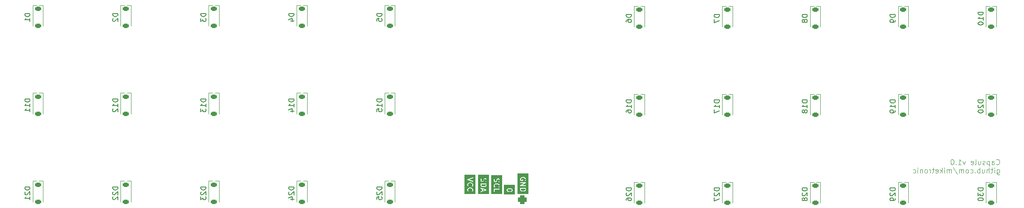
<source format=gbo>
%TF.GenerationSoftware,KiCad,Pcbnew,7.0.2*%
%TF.CreationDate,2023-06-15T14:07:21-05:00*%
%TF.ProjectId,Capsule,43617073-756c-4652-9e6b-696361645f70,1.0*%
%TF.SameCoordinates,Original*%
%TF.FileFunction,Legend,Bot*%
%TF.FilePolarity,Positive*%
%FSLAX46Y46*%
G04 Gerber Fmt 4.6, Leading zero omitted, Abs format (unit mm)*
G04 Created by KiCad (PCBNEW 7.0.2) date 2023-06-15 14:07:21*
%MOMM*%
%LPD*%
G01*
G04 APERTURE LIST*
G04 Aperture macros list*
%AMRoundRect*
0 Rectangle with rounded corners*
0 $1 Rounding radius*
0 $2 $3 $4 $5 $6 $7 $8 $9 X,Y pos of 4 corners*
0 Add a 4 corners polygon primitive as box body*
4,1,4,$2,$3,$4,$5,$6,$7,$8,$9,$2,$3,0*
0 Add four circle primitives for the rounded corners*
1,1,$1+$1,$2,$3*
1,1,$1+$1,$4,$5*
1,1,$1+$1,$6,$7*
1,1,$1+$1,$8,$9*
0 Add four rect primitives between the rounded corners*
20,1,$1+$1,$2,$3,$4,$5,0*
20,1,$1+$1,$4,$5,$6,$7,0*
20,1,$1+$1,$6,$7,$8,$9,0*
20,1,$1+$1,$8,$9,$2,$3,0*%
%AMOutline5P*
0 Free polygon, 5 corners , with rotation*
0 The origin of the aperture is its center*
0 number of corners: always 5*
0 $1 to $10 corner X, Y*
0 $11 Rotation angle, in degrees counterclockwise*
0 create outline with 5 corners*
4,1,5,$1,$2,$3,$4,$5,$6,$7,$8,$9,$10,$1,$2,$11*%
%AMOutline6P*
0 Free polygon, 6 corners , with rotation*
0 The origin of the aperture is its center*
0 number of corners: always 6*
0 $1 to $12 corner X, Y*
0 $13 Rotation angle, in degrees counterclockwise*
0 create outline with 6 corners*
4,1,6,$1,$2,$3,$4,$5,$6,$7,$8,$9,$10,$11,$12,$1,$2,$13*%
%AMOutline7P*
0 Free polygon, 7 corners , with rotation*
0 The origin of the aperture is its center*
0 number of corners: always 7*
0 $1 to $14 corner X, Y*
0 $15 Rotation angle, in degrees counterclockwise*
0 create outline with 7 corners*
4,1,7,$1,$2,$3,$4,$5,$6,$7,$8,$9,$10,$11,$12,$13,$14,$1,$2,$15*%
%AMOutline8P*
0 Free polygon, 8 corners , with rotation*
0 The origin of the aperture is its center*
0 number of corners: always 8*
0 $1 to $16 corner X, Y*
0 $17 Rotation angle, in degrees counterclockwise*
0 create outline with 8 corners*
4,1,8,$1,$2,$3,$4,$5,$6,$7,$8,$9,$10,$11,$12,$13,$14,$15,$16,$1,$2,$17*%
G04 Aperture macros list end*
%ADD10C,0.100000*%
%ADD11C,0.150000*%
%ADD12C,0.120000*%
%ADD13C,1.900000*%
%ADD14C,3.400000*%
%ADD15C,2.000000*%
%ADD16RoundRect,0.425000X-0.425000X0.425000X-0.425000X-0.425000X0.425000X-0.425000X0.425000X0.425000X0*%
%ADD17Outline5P,-0.850000X0.510000X-0.510000X0.850000X0.850000X0.850000X0.850000X-0.850000X-0.850000X-0.850000X270.000000*%
%ADD18O,1.700000X1.700000*%
%ADD19R,1.700000X1.700000*%
%ADD20R,0.300000X1.275000*%
%ADD21RoundRect,0.225000X-0.375000X0.225000X-0.375000X-0.225000X0.375000X-0.225000X0.375000X0.225000X0*%
%ADD22O,2.500000X1.500000*%
%ADD23O,1.500000X2.500000*%
G04 APERTURE END LIST*
D10*
X221190476Y-53562380D02*
X221238095Y-53610000D01*
X221238095Y-53610000D02*
X221380952Y-53657619D01*
X221380952Y-53657619D02*
X221476190Y-53657619D01*
X221476190Y-53657619D02*
X221619047Y-53610000D01*
X221619047Y-53610000D02*
X221714285Y-53514761D01*
X221714285Y-53514761D02*
X221761904Y-53419523D01*
X221761904Y-53419523D02*
X221809523Y-53229047D01*
X221809523Y-53229047D02*
X221809523Y-53086190D01*
X221809523Y-53086190D02*
X221761904Y-52895714D01*
X221761904Y-52895714D02*
X221714285Y-52800476D01*
X221714285Y-52800476D02*
X221619047Y-52705238D01*
X221619047Y-52705238D02*
X221476190Y-52657619D01*
X221476190Y-52657619D02*
X221380952Y-52657619D01*
X221380952Y-52657619D02*
X221238095Y-52705238D01*
X221238095Y-52705238D02*
X221190476Y-52752857D01*
X220333333Y-53657619D02*
X220333333Y-53133809D01*
X220333333Y-53133809D02*
X220380952Y-53038571D01*
X220380952Y-53038571D02*
X220476190Y-52990952D01*
X220476190Y-52990952D02*
X220666666Y-52990952D01*
X220666666Y-52990952D02*
X220761904Y-53038571D01*
X220333333Y-53610000D02*
X220428571Y-53657619D01*
X220428571Y-53657619D02*
X220666666Y-53657619D01*
X220666666Y-53657619D02*
X220761904Y-53610000D01*
X220761904Y-53610000D02*
X220809523Y-53514761D01*
X220809523Y-53514761D02*
X220809523Y-53419523D01*
X220809523Y-53419523D02*
X220761904Y-53324285D01*
X220761904Y-53324285D02*
X220666666Y-53276666D01*
X220666666Y-53276666D02*
X220428571Y-53276666D01*
X220428571Y-53276666D02*
X220333333Y-53229047D01*
X219857142Y-52990952D02*
X219857142Y-53990952D01*
X219857142Y-53038571D02*
X219761904Y-52990952D01*
X219761904Y-52990952D02*
X219571428Y-52990952D01*
X219571428Y-52990952D02*
X219476190Y-53038571D01*
X219476190Y-53038571D02*
X219428571Y-53086190D01*
X219428571Y-53086190D02*
X219380952Y-53181428D01*
X219380952Y-53181428D02*
X219380952Y-53467142D01*
X219380952Y-53467142D02*
X219428571Y-53562380D01*
X219428571Y-53562380D02*
X219476190Y-53610000D01*
X219476190Y-53610000D02*
X219571428Y-53657619D01*
X219571428Y-53657619D02*
X219761904Y-53657619D01*
X219761904Y-53657619D02*
X219857142Y-53610000D01*
X218999999Y-53610000D02*
X218904761Y-53657619D01*
X218904761Y-53657619D02*
X218714285Y-53657619D01*
X218714285Y-53657619D02*
X218619047Y-53610000D01*
X218619047Y-53610000D02*
X218571428Y-53514761D01*
X218571428Y-53514761D02*
X218571428Y-53467142D01*
X218571428Y-53467142D02*
X218619047Y-53371904D01*
X218619047Y-53371904D02*
X218714285Y-53324285D01*
X218714285Y-53324285D02*
X218857142Y-53324285D01*
X218857142Y-53324285D02*
X218952380Y-53276666D01*
X218952380Y-53276666D02*
X218999999Y-53181428D01*
X218999999Y-53181428D02*
X218999999Y-53133809D01*
X218999999Y-53133809D02*
X218952380Y-53038571D01*
X218952380Y-53038571D02*
X218857142Y-52990952D01*
X218857142Y-52990952D02*
X218714285Y-52990952D01*
X218714285Y-52990952D02*
X218619047Y-53038571D01*
X217714285Y-52990952D02*
X217714285Y-53657619D01*
X218142856Y-52990952D02*
X218142856Y-53514761D01*
X218142856Y-53514761D02*
X218095237Y-53610000D01*
X218095237Y-53610000D02*
X217999999Y-53657619D01*
X217999999Y-53657619D02*
X217857142Y-53657619D01*
X217857142Y-53657619D02*
X217761904Y-53610000D01*
X217761904Y-53610000D02*
X217714285Y-53562380D01*
X217095237Y-53657619D02*
X217190475Y-53610000D01*
X217190475Y-53610000D02*
X217238094Y-53514761D01*
X217238094Y-53514761D02*
X217238094Y-52657619D01*
X216333332Y-53610000D02*
X216428570Y-53657619D01*
X216428570Y-53657619D02*
X216619046Y-53657619D01*
X216619046Y-53657619D02*
X216714284Y-53610000D01*
X216714284Y-53610000D02*
X216761903Y-53514761D01*
X216761903Y-53514761D02*
X216761903Y-53133809D01*
X216761903Y-53133809D02*
X216714284Y-53038571D01*
X216714284Y-53038571D02*
X216619046Y-52990952D01*
X216619046Y-52990952D02*
X216428570Y-52990952D01*
X216428570Y-52990952D02*
X216333332Y-53038571D01*
X216333332Y-53038571D02*
X216285713Y-53133809D01*
X216285713Y-53133809D02*
X216285713Y-53229047D01*
X216285713Y-53229047D02*
X216761903Y-53324285D01*
X215190474Y-52990952D02*
X214952379Y-53657619D01*
X214952379Y-53657619D02*
X214714284Y-52990952D01*
X213809522Y-53657619D02*
X214380950Y-53657619D01*
X214095236Y-53657619D02*
X214095236Y-52657619D01*
X214095236Y-52657619D02*
X214190474Y-52800476D01*
X214190474Y-52800476D02*
X214285712Y-52895714D01*
X214285712Y-52895714D02*
X214380950Y-52943333D01*
X213380950Y-53562380D02*
X213333331Y-53610000D01*
X213333331Y-53610000D02*
X213380950Y-53657619D01*
X213380950Y-53657619D02*
X213428569Y-53610000D01*
X213428569Y-53610000D02*
X213380950Y-53562380D01*
X213380950Y-53562380D02*
X213380950Y-53657619D01*
X212714284Y-52657619D02*
X212619046Y-52657619D01*
X212619046Y-52657619D02*
X212523808Y-52705238D01*
X212523808Y-52705238D02*
X212476189Y-52752857D01*
X212476189Y-52752857D02*
X212428570Y-52848095D01*
X212428570Y-52848095D02*
X212380951Y-53038571D01*
X212380951Y-53038571D02*
X212380951Y-53276666D01*
X212380951Y-53276666D02*
X212428570Y-53467142D01*
X212428570Y-53467142D02*
X212476189Y-53562380D01*
X212476189Y-53562380D02*
X212523808Y-53610000D01*
X212523808Y-53610000D02*
X212619046Y-53657619D01*
X212619046Y-53657619D02*
X212714284Y-53657619D01*
X212714284Y-53657619D02*
X212809522Y-53610000D01*
X212809522Y-53610000D02*
X212857141Y-53562380D01*
X212857141Y-53562380D02*
X212904760Y-53467142D01*
X212904760Y-53467142D02*
X212952379Y-53276666D01*
X212952379Y-53276666D02*
X212952379Y-53038571D01*
X212952379Y-53038571D02*
X212904760Y-52848095D01*
X212904760Y-52848095D02*
X212857141Y-52752857D01*
X212857141Y-52752857D02*
X212809522Y-52705238D01*
X212809522Y-52705238D02*
X212714284Y-52657619D01*
X221333333Y-54610952D02*
X221333333Y-55420476D01*
X221333333Y-55420476D02*
X221380952Y-55515714D01*
X221380952Y-55515714D02*
X221428571Y-55563333D01*
X221428571Y-55563333D02*
X221523809Y-55610952D01*
X221523809Y-55610952D02*
X221666666Y-55610952D01*
X221666666Y-55610952D02*
X221761904Y-55563333D01*
X221333333Y-55230000D02*
X221428571Y-55277619D01*
X221428571Y-55277619D02*
X221619047Y-55277619D01*
X221619047Y-55277619D02*
X221714285Y-55230000D01*
X221714285Y-55230000D02*
X221761904Y-55182380D01*
X221761904Y-55182380D02*
X221809523Y-55087142D01*
X221809523Y-55087142D02*
X221809523Y-54801428D01*
X221809523Y-54801428D02*
X221761904Y-54706190D01*
X221761904Y-54706190D02*
X221714285Y-54658571D01*
X221714285Y-54658571D02*
X221619047Y-54610952D01*
X221619047Y-54610952D02*
X221428571Y-54610952D01*
X221428571Y-54610952D02*
X221333333Y-54658571D01*
X220857142Y-55277619D02*
X220857142Y-54610952D01*
X220857142Y-54277619D02*
X220904761Y-54325238D01*
X220904761Y-54325238D02*
X220857142Y-54372857D01*
X220857142Y-54372857D02*
X220809523Y-54325238D01*
X220809523Y-54325238D02*
X220857142Y-54277619D01*
X220857142Y-54277619D02*
X220857142Y-54372857D01*
X220523809Y-54610952D02*
X220142857Y-54610952D01*
X220380952Y-54277619D02*
X220380952Y-55134761D01*
X220380952Y-55134761D02*
X220333333Y-55230000D01*
X220333333Y-55230000D02*
X220238095Y-55277619D01*
X220238095Y-55277619D02*
X220142857Y-55277619D01*
X219809523Y-55277619D02*
X219809523Y-54277619D01*
X219380952Y-55277619D02*
X219380952Y-54753809D01*
X219380952Y-54753809D02*
X219428571Y-54658571D01*
X219428571Y-54658571D02*
X219523809Y-54610952D01*
X219523809Y-54610952D02*
X219666666Y-54610952D01*
X219666666Y-54610952D02*
X219761904Y-54658571D01*
X219761904Y-54658571D02*
X219809523Y-54706190D01*
X218476190Y-54610952D02*
X218476190Y-55277619D01*
X218904761Y-54610952D02*
X218904761Y-55134761D01*
X218904761Y-55134761D02*
X218857142Y-55230000D01*
X218857142Y-55230000D02*
X218761904Y-55277619D01*
X218761904Y-55277619D02*
X218619047Y-55277619D01*
X218619047Y-55277619D02*
X218523809Y-55230000D01*
X218523809Y-55230000D02*
X218476190Y-55182380D01*
X217999999Y-55277619D02*
X217999999Y-54277619D01*
X217999999Y-54658571D02*
X217904761Y-54610952D01*
X217904761Y-54610952D02*
X217714285Y-54610952D01*
X217714285Y-54610952D02*
X217619047Y-54658571D01*
X217619047Y-54658571D02*
X217571428Y-54706190D01*
X217571428Y-54706190D02*
X217523809Y-54801428D01*
X217523809Y-54801428D02*
X217523809Y-55087142D01*
X217523809Y-55087142D02*
X217571428Y-55182380D01*
X217571428Y-55182380D02*
X217619047Y-55230000D01*
X217619047Y-55230000D02*
X217714285Y-55277619D01*
X217714285Y-55277619D02*
X217904761Y-55277619D01*
X217904761Y-55277619D02*
X217999999Y-55230000D01*
X217095237Y-55182380D02*
X217047618Y-55230000D01*
X217047618Y-55230000D02*
X217095237Y-55277619D01*
X217095237Y-55277619D02*
X217142856Y-55230000D01*
X217142856Y-55230000D02*
X217095237Y-55182380D01*
X217095237Y-55182380D02*
X217095237Y-55277619D01*
X216190476Y-55230000D02*
X216285714Y-55277619D01*
X216285714Y-55277619D02*
X216476190Y-55277619D01*
X216476190Y-55277619D02*
X216571428Y-55230000D01*
X216571428Y-55230000D02*
X216619047Y-55182380D01*
X216619047Y-55182380D02*
X216666666Y-55087142D01*
X216666666Y-55087142D02*
X216666666Y-54801428D01*
X216666666Y-54801428D02*
X216619047Y-54706190D01*
X216619047Y-54706190D02*
X216571428Y-54658571D01*
X216571428Y-54658571D02*
X216476190Y-54610952D01*
X216476190Y-54610952D02*
X216285714Y-54610952D01*
X216285714Y-54610952D02*
X216190476Y-54658571D01*
X215619047Y-55277619D02*
X215714285Y-55230000D01*
X215714285Y-55230000D02*
X215761904Y-55182380D01*
X215761904Y-55182380D02*
X215809523Y-55087142D01*
X215809523Y-55087142D02*
X215809523Y-54801428D01*
X215809523Y-54801428D02*
X215761904Y-54706190D01*
X215761904Y-54706190D02*
X215714285Y-54658571D01*
X215714285Y-54658571D02*
X215619047Y-54610952D01*
X215619047Y-54610952D02*
X215476190Y-54610952D01*
X215476190Y-54610952D02*
X215380952Y-54658571D01*
X215380952Y-54658571D02*
X215333333Y-54706190D01*
X215333333Y-54706190D02*
X215285714Y-54801428D01*
X215285714Y-54801428D02*
X215285714Y-55087142D01*
X215285714Y-55087142D02*
X215333333Y-55182380D01*
X215333333Y-55182380D02*
X215380952Y-55230000D01*
X215380952Y-55230000D02*
X215476190Y-55277619D01*
X215476190Y-55277619D02*
X215619047Y-55277619D01*
X214857142Y-55277619D02*
X214857142Y-54610952D01*
X214857142Y-54706190D02*
X214809523Y-54658571D01*
X214809523Y-54658571D02*
X214714285Y-54610952D01*
X214714285Y-54610952D02*
X214571428Y-54610952D01*
X214571428Y-54610952D02*
X214476190Y-54658571D01*
X214476190Y-54658571D02*
X214428571Y-54753809D01*
X214428571Y-54753809D02*
X214428571Y-55277619D01*
X214428571Y-54753809D02*
X214380952Y-54658571D01*
X214380952Y-54658571D02*
X214285714Y-54610952D01*
X214285714Y-54610952D02*
X214142857Y-54610952D01*
X214142857Y-54610952D02*
X214047618Y-54658571D01*
X214047618Y-54658571D02*
X213999999Y-54753809D01*
X213999999Y-54753809D02*
X213999999Y-55277619D01*
X212809524Y-54230000D02*
X213666666Y-55515714D01*
X212476190Y-55277619D02*
X212476190Y-54610952D01*
X212476190Y-54706190D02*
X212428571Y-54658571D01*
X212428571Y-54658571D02*
X212333333Y-54610952D01*
X212333333Y-54610952D02*
X212190476Y-54610952D01*
X212190476Y-54610952D02*
X212095238Y-54658571D01*
X212095238Y-54658571D02*
X212047619Y-54753809D01*
X212047619Y-54753809D02*
X212047619Y-55277619D01*
X212047619Y-54753809D02*
X212000000Y-54658571D01*
X212000000Y-54658571D02*
X211904762Y-54610952D01*
X211904762Y-54610952D02*
X211761905Y-54610952D01*
X211761905Y-54610952D02*
X211666666Y-54658571D01*
X211666666Y-54658571D02*
X211619047Y-54753809D01*
X211619047Y-54753809D02*
X211619047Y-55277619D01*
X211142857Y-55277619D02*
X211142857Y-54610952D01*
X211142857Y-54277619D02*
X211190476Y-54325238D01*
X211190476Y-54325238D02*
X211142857Y-54372857D01*
X211142857Y-54372857D02*
X211095238Y-54325238D01*
X211095238Y-54325238D02*
X211142857Y-54277619D01*
X211142857Y-54277619D02*
X211142857Y-54372857D01*
X210666667Y-55277619D02*
X210666667Y-54277619D01*
X210571429Y-54896666D02*
X210285715Y-55277619D01*
X210285715Y-54610952D02*
X210666667Y-54991904D01*
X209476191Y-55230000D02*
X209571429Y-55277619D01*
X209571429Y-55277619D02*
X209761905Y-55277619D01*
X209761905Y-55277619D02*
X209857143Y-55230000D01*
X209857143Y-55230000D02*
X209904762Y-55134761D01*
X209904762Y-55134761D02*
X209904762Y-54753809D01*
X209904762Y-54753809D02*
X209857143Y-54658571D01*
X209857143Y-54658571D02*
X209761905Y-54610952D01*
X209761905Y-54610952D02*
X209571429Y-54610952D01*
X209571429Y-54610952D02*
X209476191Y-54658571D01*
X209476191Y-54658571D02*
X209428572Y-54753809D01*
X209428572Y-54753809D02*
X209428572Y-54849047D01*
X209428572Y-54849047D02*
X209904762Y-54944285D01*
X209142857Y-54610952D02*
X208761905Y-54610952D01*
X209000000Y-54277619D02*
X209000000Y-55134761D01*
X209000000Y-55134761D02*
X208952381Y-55230000D01*
X208952381Y-55230000D02*
X208857143Y-55277619D01*
X208857143Y-55277619D02*
X208761905Y-55277619D01*
X208428571Y-55277619D02*
X208428571Y-54610952D01*
X208428571Y-54801428D02*
X208380952Y-54706190D01*
X208380952Y-54706190D02*
X208333333Y-54658571D01*
X208333333Y-54658571D02*
X208238095Y-54610952D01*
X208238095Y-54610952D02*
X208142857Y-54610952D01*
X207666666Y-55277619D02*
X207761904Y-55230000D01*
X207761904Y-55230000D02*
X207809523Y-55182380D01*
X207809523Y-55182380D02*
X207857142Y-55087142D01*
X207857142Y-55087142D02*
X207857142Y-54801428D01*
X207857142Y-54801428D02*
X207809523Y-54706190D01*
X207809523Y-54706190D02*
X207761904Y-54658571D01*
X207761904Y-54658571D02*
X207666666Y-54610952D01*
X207666666Y-54610952D02*
X207523809Y-54610952D01*
X207523809Y-54610952D02*
X207428571Y-54658571D01*
X207428571Y-54658571D02*
X207380952Y-54706190D01*
X207380952Y-54706190D02*
X207333333Y-54801428D01*
X207333333Y-54801428D02*
X207333333Y-55087142D01*
X207333333Y-55087142D02*
X207380952Y-55182380D01*
X207380952Y-55182380D02*
X207428571Y-55230000D01*
X207428571Y-55230000D02*
X207523809Y-55277619D01*
X207523809Y-55277619D02*
X207666666Y-55277619D01*
X206904761Y-54610952D02*
X206904761Y-55277619D01*
X206904761Y-54706190D02*
X206857142Y-54658571D01*
X206857142Y-54658571D02*
X206761904Y-54610952D01*
X206761904Y-54610952D02*
X206619047Y-54610952D01*
X206619047Y-54610952D02*
X206523809Y-54658571D01*
X206523809Y-54658571D02*
X206476190Y-54753809D01*
X206476190Y-54753809D02*
X206476190Y-55277619D01*
X205999999Y-55277619D02*
X205999999Y-54610952D01*
X205999999Y-54277619D02*
X206047618Y-54325238D01*
X206047618Y-54325238D02*
X205999999Y-54372857D01*
X205999999Y-54372857D02*
X205952380Y-54325238D01*
X205952380Y-54325238D02*
X205999999Y-54277619D01*
X205999999Y-54277619D02*
X205999999Y-54372857D01*
X205095238Y-55230000D02*
X205190476Y-55277619D01*
X205190476Y-55277619D02*
X205380952Y-55277619D01*
X205380952Y-55277619D02*
X205476190Y-55230000D01*
X205476190Y-55230000D02*
X205523809Y-55182380D01*
X205523809Y-55182380D02*
X205571428Y-55087142D01*
X205571428Y-55087142D02*
X205571428Y-54801428D01*
X205571428Y-54801428D02*
X205523809Y-54706190D01*
X205523809Y-54706190D02*
X205476190Y-54658571D01*
X205476190Y-54658571D02*
X205380952Y-54610952D01*
X205380952Y-54610952D02*
X205190476Y-54610952D01*
X205190476Y-54610952D02*
X205095238Y-54658571D01*
D11*
%TO.C,Connector1*%
G36*
X127445726Y-58431478D02*
G01*
X127522716Y-58469973D01*
X127553121Y-58500378D01*
X127587380Y-58568894D01*
X127587380Y-58628722D01*
X127553121Y-58697239D01*
X127522714Y-58727646D01*
X127445728Y-58766139D01*
X127272194Y-58809523D01*
X127052567Y-58809523D01*
X126879034Y-58766139D01*
X126802045Y-58727645D01*
X126771639Y-58697239D01*
X126737380Y-58628722D01*
X126737380Y-58568895D01*
X126771639Y-58500378D01*
X126802045Y-58469972D01*
X126879031Y-58431478D01*
X127052567Y-58388095D01*
X127272193Y-58388095D01*
X127445726Y-58431478D01*
G37*
G36*
X128180357Y-59442857D02*
G01*
X126069643Y-59442857D01*
X126069643Y-58559580D01*
X126584666Y-58559580D01*
X126587380Y-58566123D01*
X126587380Y-58642393D01*
X126585450Y-58660273D01*
X126592305Y-58673983D01*
X126596623Y-58688688D01*
X126601977Y-58693327D01*
X126638712Y-58766796D01*
X126641395Y-58779127D01*
X126656019Y-58793751D01*
X126670085Y-58808872D01*
X126671502Y-58809234D01*
X126697937Y-58835669D01*
X126704381Y-58846519D01*
X126722890Y-58855773D01*
X126741004Y-58865664D01*
X126742462Y-58865559D01*
X126807367Y-58898012D01*
X126813302Y-58904324D01*
X126826679Y-58907668D01*
X126828959Y-58908808D01*
X126837091Y-58910271D01*
X127013169Y-58954290D01*
X127021311Y-58959523D01*
X127034099Y-58959523D01*
X127035603Y-58959899D01*
X127044849Y-58959523D01*
X127269085Y-58959523D01*
X127278254Y-58962625D01*
X127290662Y-58959523D01*
X127292210Y-58959523D01*
X127301079Y-58956918D01*
X127477134Y-58912904D01*
X127485748Y-58913835D01*
X127498081Y-58907668D01*
X127500554Y-58907050D01*
X127507681Y-58902867D01*
X127592271Y-58860572D01*
X127604603Y-58857890D01*
X127619230Y-58843262D01*
X127634348Y-58829201D01*
X127634710Y-58827782D01*
X127661145Y-58801347D01*
X127671995Y-58794904D01*
X127681249Y-58776394D01*
X127691140Y-58758281D01*
X127691035Y-58756822D01*
X127727658Y-58683576D01*
X127737380Y-58668450D01*
X127737380Y-58653120D01*
X127740094Y-58638037D01*
X127737380Y-58631493D01*
X127737380Y-58555220D01*
X127739310Y-58537346D01*
X127732455Y-58523636D01*
X127728137Y-58508930D01*
X127722782Y-58504290D01*
X127686048Y-58430821D01*
X127683366Y-58418491D01*
X127668746Y-58403871D01*
X127654677Y-58388746D01*
X127653258Y-58388383D01*
X127626823Y-58361948D01*
X127620380Y-58351099D01*
X127601879Y-58341848D01*
X127583757Y-58331953D01*
X127582296Y-58332057D01*
X127517392Y-58299605D01*
X127511458Y-58293294D01*
X127498080Y-58289949D01*
X127495801Y-58288810D01*
X127487668Y-58287346D01*
X127311591Y-58243327D01*
X127303450Y-58238095D01*
X127290662Y-58238095D01*
X127289158Y-58237719D01*
X127279912Y-58238095D01*
X127055676Y-58238095D01*
X127046507Y-58234993D01*
X127034099Y-58238095D01*
X127032551Y-58238095D01*
X127023681Y-58240699D01*
X126847624Y-58284713D01*
X126839013Y-58283784D01*
X126826682Y-58289949D01*
X126824207Y-58290568D01*
X126817068Y-58294755D01*
X126732488Y-58337045D01*
X126720158Y-58339728D01*
X126705538Y-58354347D01*
X126690413Y-58368417D01*
X126690050Y-58369835D01*
X126663617Y-58396268D01*
X126652767Y-58402713D01*
X126643518Y-58421209D01*
X126633620Y-58439337D01*
X126633724Y-58440797D01*
X126597101Y-58514040D01*
X126587380Y-58529168D01*
X126587380Y-58544497D01*
X126584666Y-58559580D01*
X126069643Y-58559580D01*
X126069643Y-57579762D01*
X128180357Y-57579762D01*
X128180357Y-59442857D01*
G37*
G36*
X125675357Y-59367857D02*
G01*
X123564643Y-59367857D01*
X123564643Y-58439695D01*
X124080010Y-58439695D01*
X124082380Y-58444884D01*
X124082380Y-58915543D01*
X124091623Y-58947021D01*
X124124909Y-58975863D01*
X124168504Y-58982131D01*
X124208568Y-58963835D01*
X124232380Y-58926783D01*
X124232380Y-58503571D01*
X125168162Y-58503571D01*
X125199640Y-58494328D01*
X125228482Y-58461042D01*
X125234750Y-58417447D01*
X125216454Y-58377383D01*
X125179402Y-58353571D01*
X124162740Y-58353571D01*
X124146256Y-58351201D01*
X124131103Y-58358120D01*
X124115120Y-58362814D01*
X124111383Y-58367126D01*
X124106192Y-58369497D01*
X124097184Y-58383513D01*
X124086278Y-58396100D01*
X124085466Y-58401746D01*
X124082380Y-58406549D01*
X124082379Y-58423211D01*
X124080010Y-58439695D01*
X123564643Y-58439695D01*
X123564643Y-57812349D01*
X124079265Y-57812349D01*
X124085803Y-57831962D01*
X124091623Y-57851783D01*
X124092729Y-57852741D01*
X124132571Y-57972262D01*
X124136395Y-57989841D01*
X124147236Y-58000682D01*
X124155982Y-58013266D01*
X124162527Y-58015973D01*
X124207210Y-58060656D01*
X124236004Y-58076378D01*
X124279935Y-58073236D01*
X124315193Y-58046842D01*
X124330586Y-58005575D01*
X124321224Y-57962538D01*
X124270551Y-57911865D01*
X124232380Y-57797353D01*
X124232380Y-57726455D01*
X124270552Y-57611941D01*
X124344664Y-57537829D01*
X124421650Y-57499335D01*
X124595186Y-57455952D01*
X124719574Y-57455952D01*
X124893107Y-57499335D01*
X124970097Y-57537830D01*
X125044208Y-57611941D01*
X125082380Y-57726455D01*
X125082379Y-57797352D01*
X125044208Y-57911866D01*
X125001485Y-57954590D01*
X124985762Y-57983384D01*
X124988905Y-58027315D01*
X125015299Y-58062574D01*
X125056566Y-58077966D01*
X125099603Y-58068604D01*
X125159939Y-58008267D01*
X125173948Y-57996989D01*
X125178796Y-57982445D01*
X125186140Y-57968995D01*
X125185634Y-57961929D01*
X125225558Y-57842159D01*
X125232380Y-57831545D01*
X125232380Y-57810865D01*
X125233126Y-57790226D01*
X125232379Y-57788967D01*
X125232380Y-57723686D01*
X125235495Y-57711459D01*
X125228955Y-57691839D01*
X125223137Y-57672025D01*
X125222030Y-57671066D01*
X125182188Y-57551537D01*
X125178366Y-57533967D01*
X125167527Y-57523128D01*
X125158780Y-57510542D01*
X125152232Y-57507833D01*
X125074204Y-57429805D01*
X125067761Y-57418956D01*
X125049260Y-57409705D01*
X125031138Y-57399810D01*
X125029677Y-57399914D01*
X124964773Y-57367462D01*
X124958839Y-57361151D01*
X124945461Y-57357806D01*
X124943182Y-57356667D01*
X124935049Y-57355203D01*
X124758972Y-57311184D01*
X124750831Y-57305952D01*
X124738043Y-57305952D01*
X124736539Y-57305576D01*
X124727293Y-57305952D01*
X124598295Y-57305952D01*
X124589126Y-57302850D01*
X124576718Y-57305952D01*
X124575170Y-57305952D01*
X124566300Y-57308556D01*
X124390243Y-57352570D01*
X124381632Y-57351641D01*
X124369301Y-57357806D01*
X124366826Y-57358425D01*
X124359687Y-57362612D01*
X124275107Y-57404902D01*
X124262777Y-57407585D01*
X124248157Y-57422204D01*
X124233032Y-57436274D01*
X124232669Y-57437692D01*
X124154824Y-57515537D01*
X124140813Y-57526818D01*
X124135964Y-57541362D01*
X124128620Y-57554813D01*
X124129125Y-57561879D01*
X124089201Y-57681648D01*
X124082380Y-57692263D01*
X124082380Y-57712942D01*
X124081634Y-57733582D01*
X124082380Y-57734840D01*
X124082380Y-57800121D01*
X124079265Y-57812349D01*
X123564643Y-57812349D01*
X123564643Y-56823368D01*
X124080450Y-56823368D01*
X124087305Y-56837078D01*
X124091623Y-56851783D01*
X124096977Y-56856422D01*
X124133712Y-56929891D01*
X124136395Y-56942222D01*
X124151019Y-56956846D01*
X124165085Y-56971967D01*
X124166502Y-56972329D01*
X124192937Y-56998764D01*
X124199381Y-57009614D01*
X124217890Y-57018868D01*
X124236004Y-57028759D01*
X124237462Y-57028654D01*
X124310708Y-57065277D01*
X124325835Y-57074999D01*
X124341165Y-57074999D01*
X124356248Y-57077713D01*
X124362792Y-57074999D01*
X124439055Y-57074999D01*
X124456939Y-57076930D01*
X124470652Y-57070073D01*
X124485355Y-57065756D01*
X124489993Y-57060402D01*
X124563462Y-57023667D01*
X124575794Y-57020985D01*
X124590421Y-57006357D01*
X124605539Y-56992296D01*
X124605901Y-56990877D01*
X124632336Y-56964442D01*
X124643186Y-56957999D01*
X124652440Y-56939489D01*
X124662331Y-56921376D01*
X124662226Y-56919917D01*
X124694679Y-56855012D01*
X124700991Y-56849078D01*
X124704335Y-56835700D01*
X124705475Y-56833421D01*
X124706938Y-56825288D01*
X124751954Y-56645224D01*
X124790449Y-56568235D01*
X124820854Y-56537829D01*
X124889370Y-56503571D01*
X124949198Y-56503571D01*
X125017716Y-56537829D01*
X125048121Y-56568235D01*
X125082380Y-56636751D01*
X125082380Y-56844971D01*
X125035200Y-56986511D01*
X125034015Y-57019296D01*
X125056472Y-57057184D01*
X125095848Y-57076916D01*
X125139641Y-57072229D01*
X125173948Y-57044608D01*
X125225558Y-56889778D01*
X125232380Y-56879164D01*
X125232379Y-56858484D01*
X125233126Y-56837845D01*
X125232380Y-56836586D01*
X125232380Y-56623077D01*
X125234310Y-56605203D01*
X125227455Y-56591493D01*
X125223137Y-56576787D01*
X125217782Y-56572147D01*
X125181048Y-56498678D01*
X125178366Y-56486348D01*
X125163746Y-56471728D01*
X125149677Y-56456603D01*
X125148258Y-56456240D01*
X125121823Y-56429805D01*
X125115380Y-56418956D01*
X125096879Y-56409705D01*
X125078757Y-56399810D01*
X125077296Y-56399914D01*
X125004055Y-56363294D01*
X124988926Y-56353571D01*
X124973596Y-56353571D01*
X124958513Y-56350857D01*
X124951969Y-56353571D01*
X124875697Y-56353571D01*
X124857822Y-56351641D01*
X124844112Y-56358495D01*
X124829406Y-56362814D01*
X124824766Y-56368168D01*
X124751297Y-56404902D01*
X124738967Y-56407585D01*
X124724347Y-56422204D01*
X124709222Y-56436274D01*
X124708859Y-56437692D01*
X124682424Y-56464127D01*
X124671575Y-56470571D01*
X124662324Y-56489071D01*
X124652429Y-56507194D01*
X124652533Y-56508654D01*
X124620081Y-56573558D01*
X124613770Y-56579493D01*
X124610425Y-56592870D01*
X124609286Y-56595150D01*
X124607822Y-56603282D01*
X124562806Y-56783345D01*
X124524312Y-56860334D01*
X124493905Y-56890741D01*
X124425390Y-56924999D01*
X124365563Y-56924999D01*
X124297045Y-56890740D01*
X124266639Y-56860334D01*
X124232380Y-56791817D01*
X124232380Y-56583598D01*
X124279561Y-56442060D01*
X124280747Y-56409274D01*
X124258290Y-56371386D01*
X124218914Y-56351654D01*
X124175120Y-56356341D01*
X124140813Y-56383961D01*
X124089201Y-56538791D01*
X124082380Y-56549406D01*
X124082379Y-56570085D01*
X124081634Y-56590725D01*
X124082380Y-56591983D01*
X124082380Y-56805488D01*
X124080450Y-56823368D01*
X123564643Y-56823368D01*
X123564643Y-55695238D01*
X125675357Y-55695238D01*
X125675357Y-59367857D01*
G37*
G36*
X130162380Y-58464019D02*
G01*
X130124208Y-58578533D01*
X130050095Y-58652646D01*
X129973109Y-58691139D01*
X129799575Y-58734523D01*
X129675186Y-58734523D01*
X129501653Y-58691139D01*
X129424664Y-58652645D01*
X129350551Y-58578532D01*
X129312380Y-58464020D01*
X129312380Y-58313095D01*
X130162380Y-58313095D01*
X130162380Y-58464019D01*
G37*
G36*
X130755357Y-59367857D02*
G01*
X128644643Y-59367857D01*
X128644643Y-58479016D01*
X129159265Y-58479016D01*
X129165803Y-58498629D01*
X129171623Y-58518450D01*
X129172729Y-58519408D01*
X129212571Y-58638929D01*
X129216395Y-58656508D01*
X129227236Y-58667349D01*
X129235982Y-58679933D01*
X129242527Y-58682640D01*
X129320556Y-58760669D01*
X129327000Y-58771519D01*
X129345501Y-58780769D01*
X129363623Y-58790665D01*
X129365083Y-58790560D01*
X129429986Y-58823012D01*
X129435921Y-58829324D01*
X129449298Y-58832668D01*
X129451578Y-58833808D01*
X129459710Y-58835271D01*
X129635788Y-58879290D01*
X129643930Y-58884523D01*
X129656718Y-58884523D01*
X129658222Y-58884899D01*
X129667468Y-58884523D01*
X129796466Y-58884523D01*
X129805635Y-58887625D01*
X129818043Y-58884523D01*
X129819591Y-58884523D01*
X129828460Y-58881918D01*
X130004515Y-58837904D01*
X130013129Y-58838835D01*
X130025462Y-58832668D01*
X130027935Y-58832050D01*
X130035062Y-58827867D01*
X130119652Y-58785572D01*
X130131984Y-58782890D01*
X130146611Y-58768262D01*
X130161729Y-58754201D01*
X130162091Y-58752782D01*
X130239939Y-58674934D01*
X130253948Y-58663656D01*
X130258795Y-58649114D01*
X130266141Y-58635662D01*
X130265635Y-58628594D01*
X130305558Y-58508826D01*
X130312380Y-58498212D01*
X130312379Y-58477532D01*
X130313126Y-58456893D01*
X130312380Y-58455634D01*
X130312380Y-58243454D01*
X130314750Y-58226971D01*
X130307830Y-58211818D01*
X130303137Y-58195835D01*
X130298824Y-58192098D01*
X130296454Y-58186907D01*
X130282437Y-58177899D01*
X130269851Y-58166993D01*
X130264204Y-58166181D01*
X130259402Y-58163095D01*
X130242740Y-58163095D01*
X130226256Y-58160725D01*
X130221066Y-58163095D01*
X129242740Y-58163095D01*
X129226256Y-58160725D01*
X129211103Y-58167644D01*
X129195120Y-58172338D01*
X129191383Y-58176650D01*
X129186192Y-58179021D01*
X129177184Y-58193037D01*
X129166278Y-58205624D01*
X129165466Y-58211270D01*
X129162380Y-58216073D01*
X129162380Y-58232735D01*
X129160010Y-58249219D01*
X129162380Y-58254408D01*
X129162380Y-58466788D01*
X129159265Y-58479016D01*
X128644643Y-58479016D01*
X128644643Y-57768988D01*
X129159536Y-57768988D01*
X129160309Y-57770945D01*
X129160010Y-57773028D01*
X129168346Y-57791283D01*
X129175723Y-57809949D01*
X129177431Y-57811177D01*
X129178306Y-57813092D01*
X129195190Y-57823942D01*
X129211486Y-57835657D01*
X129213588Y-57835766D01*
X129215358Y-57836904D01*
X129235427Y-57836904D01*
X129255470Y-57837948D01*
X129257297Y-57836904D01*
X130248162Y-57836904D01*
X130279640Y-57827661D01*
X130308482Y-57794375D01*
X130314750Y-57750780D01*
X130296454Y-57710716D01*
X130259402Y-57686904D01*
X129519797Y-57686904D01*
X130266954Y-57259957D01*
X130279640Y-57256233D01*
X130292779Y-57241069D01*
X130306697Y-57226602D01*
X130307104Y-57224536D01*
X130308482Y-57222947D01*
X130311337Y-57203086D01*
X130315224Y-57183392D01*
X130314450Y-57181434D01*
X130314750Y-57179352D01*
X130306413Y-57161096D01*
X130299037Y-57142431D01*
X130297328Y-57141202D01*
X130296454Y-57139288D01*
X130279569Y-57128437D01*
X130263274Y-57116723D01*
X130261171Y-57116613D01*
X130259402Y-57115476D01*
X130239333Y-57115476D01*
X130219290Y-57114432D01*
X130217463Y-57115476D01*
X129226598Y-57115476D01*
X129195120Y-57124719D01*
X129166278Y-57158005D01*
X129160010Y-57201600D01*
X129178306Y-57241664D01*
X129215358Y-57265476D01*
X129954963Y-57265476D01*
X129207805Y-57692422D01*
X129195120Y-57696147D01*
X129181980Y-57711310D01*
X129168063Y-57725778D01*
X129167655Y-57727843D01*
X129166278Y-57729433D01*
X129163422Y-57749293D01*
X129159536Y-57768988D01*
X128644643Y-57768988D01*
X128644643Y-56574254D01*
X129159265Y-56574254D01*
X129165803Y-56593867D01*
X129171623Y-56613688D01*
X129172729Y-56614646D01*
X129212571Y-56734167D01*
X129216395Y-56751746D01*
X129227236Y-56762587D01*
X129235982Y-56775171D01*
X129242527Y-56777878D01*
X129270018Y-56805369D01*
X129273545Y-56813092D01*
X129285287Y-56820638D01*
X129287210Y-56822561D01*
X129294318Y-56826442D01*
X129310597Y-56836904D01*
X129313478Y-56836904D01*
X129316004Y-56838283D01*
X129335285Y-56836904D01*
X129660592Y-56836904D01*
X129677076Y-56839274D01*
X129692228Y-56832354D01*
X129708212Y-56827661D01*
X129711948Y-56823348D01*
X129717140Y-56820978D01*
X129726147Y-56806961D01*
X129737054Y-56794375D01*
X129737865Y-56788728D01*
X129740952Y-56783926D01*
X129740952Y-56767263D01*
X129743322Y-56750780D01*
X129740952Y-56745590D01*
X129740952Y-56560646D01*
X129731709Y-56529168D01*
X129698423Y-56500326D01*
X129654828Y-56494058D01*
X129614764Y-56512354D01*
X129590952Y-56549406D01*
X129590952Y-56686904D01*
X129363685Y-56686904D01*
X129350551Y-56673770D01*
X129312380Y-56559258D01*
X129312380Y-56488360D01*
X129350552Y-56373846D01*
X129424664Y-56299734D01*
X129501650Y-56261240D01*
X129675186Y-56217857D01*
X129799574Y-56217857D01*
X129973107Y-56261240D01*
X130050097Y-56299735D01*
X130124208Y-56373846D01*
X130162380Y-56488360D01*
X130162380Y-56601341D01*
X130117857Y-56690388D01*
X130112047Y-56722676D01*
X130128920Y-56763359D01*
X130165110Y-56788462D01*
X130209126Y-56790014D01*
X130246995Y-56767523D01*
X130302658Y-56656195D01*
X130312380Y-56641069D01*
X130312380Y-56625739D01*
X130315094Y-56610656D01*
X130312380Y-56604112D01*
X130312380Y-56485591D01*
X130315495Y-56473364D01*
X130308955Y-56453744D01*
X130303137Y-56433930D01*
X130302030Y-56432971D01*
X130262188Y-56313442D01*
X130258366Y-56295872D01*
X130247527Y-56285033D01*
X130238780Y-56272447D01*
X130232232Y-56269738D01*
X130154204Y-56191710D01*
X130147761Y-56180861D01*
X130129260Y-56171610D01*
X130111138Y-56161715D01*
X130109677Y-56161819D01*
X130044773Y-56129367D01*
X130038839Y-56123056D01*
X130025461Y-56119711D01*
X130023182Y-56118572D01*
X130015049Y-56117108D01*
X129838972Y-56073089D01*
X129830831Y-56067857D01*
X129818043Y-56067857D01*
X129816539Y-56067481D01*
X129807293Y-56067857D01*
X129678295Y-56067857D01*
X129669126Y-56064755D01*
X129656718Y-56067857D01*
X129655170Y-56067857D01*
X129646300Y-56070461D01*
X129470243Y-56114475D01*
X129461632Y-56113546D01*
X129449301Y-56119711D01*
X129446826Y-56120330D01*
X129439687Y-56124517D01*
X129355107Y-56166807D01*
X129342777Y-56169490D01*
X129328157Y-56184109D01*
X129313032Y-56198179D01*
X129312669Y-56199597D01*
X129234824Y-56277442D01*
X129220813Y-56288723D01*
X129215964Y-56303267D01*
X129208620Y-56316718D01*
X129209125Y-56323784D01*
X129169201Y-56443553D01*
X129162380Y-56454168D01*
X129162380Y-56474847D01*
X129161634Y-56495487D01*
X129162380Y-56496745D01*
X129162380Y-56562026D01*
X129159265Y-56574254D01*
X128644643Y-56574254D01*
X128644643Y-55409524D01*
X130755357Y-55409524D01*
X130755357Y-59367857D01*
G37*
G36*
X122380208Y-58571428D02*
G01*
X121978095Y-58705465D01*
X121978095Y-58437390D01*
X122380208Y-58571428D01*
G37*
G36*
X122542380Y-57606876D02*
G01*
X122504208Y-57721390D01*
X122430095Y-57795503D01*
X122353109Y-57833996D01*
X122179575Y-57877380D01*
X122055186Y-57877380D01*
X121881653Y-57833996D01*
X121804664Y-57795502D01*
X121730551Y-57721389D01*
X121692380Y-57606877D01*
X121692380Y-57455952D01*
X122542380Y-57455952D01*
X122542380Y-57606876D01*
G37*
G36*
X123135357Y-59367857D02*
G01*
X121024643Y-59367857D01*
X121024643Y-58896441D01*
X121539658Y-58896441D01*
X121547498Y-58939781D01*
X121577525Y-58972003D01*
X121620205Y-58982876D01*
X121909982Y-58886283D01*
X121914219Y-58886893D01*
X121930608Y-58879408D01*
X122628228Y-58646868D01*
X122636677Y-58647174D01*
X122648710Y-58640041D01*
X122651325Y-58639170D01*
X122657956Y-58634561D01*
X122674565Y-58624717D01*
X122675871Y-58622110D01*
X122678265Y-58620447D01*
X122685645Y-58602604D01*
X122694297Y-58585341D01*
X122693986Y-58582441D01*
X122695101Y-58579748D01*
X122691664Y-58560753D01*
X122689609Y-58541547D01*
X122687779Y-58539274D01*
X122687261Y-58536408D01*
X122674104Y-58522289D01*
X122661989Y-58507241D01*
X122659222Y-58506318D01*
X122657235Y-58504186D01*
X122638524Y-58499419D01*
X121940947Y-58266893D01*
X121935566Y-58262231D01*
X121920430Y-58260054D01*
X121630868Y-58163534D01*
X121598083Y-58162349D01*
X121560195Y-58184806D01*
X121540463Y-58224182D01*
X121545150Y-58267975D01*
X121572771Y-58302282D01*
X121828095Y-58387390D01*
X121828095Y-58755465D01*
X121583434Y-58837019D01*
X121556494Y-58855742D01*
X121539658Y-58896441D01*
X121024643Y-58896441D01*
X121024643Y-57621873D01*
X121539265Y-57621873D01*
X121545803Y-57641486D01*
X121551623Y-57661307D01*
X121552729Y-57662265D01*
X121592571Y-57781786D01*
X121596395Y-57799365D01*
X121607236Y-57810206D01*
X121615982Y-57822790D01*
X121622527Y-57825497D01*
X121700556Y-57903526D01*
X121707000Y-57914376D01*
X121725501Y-57923626D01*
X121743623Y-57933522D01*
X121745083Y-57933417D01*
X121809986Y-57965869D01*
X121815921Y-57972181D01*
X121829298Y-57975525D01*
X121831578Y-57976665D01*
X121839710Y-57978128D01*
X122015788Y-58022147D01*
X122023930Y-58027380D01*
X122036718Y-58027380D01*
X122038222Y-58027756D01*
X122047468Y-58027380D01*
X122176466Y-58027380D01*
X122185635Y-58030482D01*
X122198043Y-58027380D01*
X122199591Y-58027380D01*
X122208460Y-58024775D01*
X122384515Y-57980761D01*
X122393129Y-57981692D01*
X122405462Y-57975525D01*
X122407935Y-57974907D01*
X122415062Y-57970724D01*
X122499652Y-57928429D01*
X122511984Y-57925747D01*
X122526611Y-57911119D01*
X122541729Y-57897058D01*
X122542091Y-57895639D01*
X122619939Y-57817791D01*
X122633948Y-57806513D01*
X122638795Y-57791971D01*
X122646141Y-57778519D01*
X122645635Y-57771451D01*
X122685558Y-57651683D01*
X122692380Y-57641069D01*
X122692379Y-57620389D01*
X122693126Y-57599750D01*
X122692380Y-57598491D01*
X122692380Y-57386311D01*
X122694750Y-57369828D01*
X122687830Y-57354675D01*
X122683137Y-57338692D01*
X122678824Y-57334955D01*
X122676454Y-57329764D01*
X122662437Y-57320756D01*
X122649851Y-57309850D01*
X122644204Y-57309038D01*
X122639402Y-57305952D01*
X122622740Y-57305952D01*
X122606256Y-57303582D01*
X122601066Y-57305952D01*
X121622740Y-57305952D01*
X121606256Y-57303582D01*
X121591103Y-57310501D01*
X121575120Y-57315195D01*
X121571383Y-57319507D01*
X121566192Y-57321878D01*
X121557184Y-57335894D01*
X121546278Y-57348481D01*
X121545466Y-57354127D01*
X121542380Y-57358930D01*
X121542380Y-57375592D01*
X121540010Y-57392076D01*
X121542380Y-57397265D01*
X121542380Y-57609645D01*
X121539265Y-57621873D01*
X121024643Y-57621873D01*
X121024643Y-56775749D01*
X121540450Y-56775749D01*
X121547305Y-56789459D01*
X121551623Y-56804164D01*
X121556977Y-56808803D01*
X121593712Y-56882272D01*
X121596395Y-56894603D01*
X121611019Y-56909227D01*
X121625085Y-56924348D01*
X121626502Y-56924710D01*
X121652937Y-56951145D01*
X121659381Y-56961995D01*
X121677890Y-56971249D01*
X121696004Y-56981140D01*
X121697462Y-56981035D01*
X121770708Y-57017658D01*
X121785835Y-57027380D01*
X121801165Y-57027380D01*
X121816248Y-57030094D01*
X121822792Y-57027380D01*
X121899055Y-57027380D01*
X121916939Y-57029311D01*
X121930652Y-57022454D01*
X121945355Y-57018137D01*
X121949993Y-57012783D01*
X122023462Y-56976048D01*
X122035794Y-56973366D01*
X122050421Y-56958738D01*
X122065539Y-56944677D01*
X122065901Y-56943258D01*
X122092336Y-56916823D01*
X122103186Y-56910380D01*
X122112440Y-56891870D01*
X122122331Y-56873757D01*
X122122226Y-56872298D01*
X122154679Y-56807393D01*
X122160991Y-56801459D01*
X122164335Y-56788081D01*
X122165475Y-56785802D01*
X122166938Y-56777669D01*
X122211954Y-56597605D01*
X122250449Y-56520616D01*
X122280854Y-56490210D01*
X122349370Y-56455952D01*
X122409198Y-56455952D01*
X122477715Y-56490211D01*
X122508121Y-56520616D01*
X122542380Y-56589132D01*
X122542380Y-56797352D01*
X122495200Y-56938892D01*
X122494015Y-56971677D01*
X122516472Y-57009565D01*
X122555848Y-57029297D01*
X122599641Y-57024610D01*
X122633948Y-56996989D01*
X122685558Y-56842159D01*
X122692380Y-56831545D01*
X122692379Y-56810865D01*
X122693126Y-56790226D01*
X122692380Y-56788967D01*
X122692380Y-56575458D01*
X122694310Y-56557584D01*
X122687455Y-56543874D01*
X122683137Y-56529168D01*
X122677782Y-56524528D01*
X122641048Y-56451059D01*
X122638366Y-56438729D01*
X122623746Y-56424109D01*
X122609677Y-56408984D01*
X122608258Y-56408621D01*
X122581823Y-56382186D01*
X122575380Y-56371337D01*
X122556879Y-56362086D01*
X122538757Y-56352191D01*
X122537296Y-56352295D01*
X122464055Y-56315675D01*
X122448926Y-56305952D01*
X122433596Y-56305952D01*
X122418513Y-56303238D01*
X122411969Y-56305952D01*
X122335697Y-56305952D01*
X122317822Y-56304022D01*
X122304112Y-56310876D01*
X122289406Y-56315195D01*
X122284766Y-56320549D01*
X122211297Y-56357283D01*
X122198967Y-56359966D01*
X122184347Y-56374585D01*
X122169222Y-56388655D01*
X122168859Y-56390073D01*
X122142424Y-56416508D01*
X122131575Y-56422952D01*
X122122324Y-56441452D01*
X122112429Y-56459575D01*
X122112533Y-56461035D01*
X122080081Y-56525939D01*
X122073770Y-56531874D01*
X122070425Y-56545251D01*
X122069286Y-56547531D01*
X122067822Y-56555663D01*
X122022806Y-56735726D01*
X121984312Y-56812715D01*
X121953905Y-56843122D01*
X121885390Y-56877380D01*
X121825563Y-56877380D01*
X121757045Y-56843121D01*
X121726639Y-56812715D01*
X121692380Y-56744198D01*
X121692380Y-56535979D01*
X121739561Y-56394441D01*
X121740747Y-56361655D01*
X121718290Y-56323767D01*
X121678914Y-56304035D01*
X121635120Y-56308722D01*
X121600813Y-56336342D01*
X121549201Y-56491172D01*
X121542380Y-56501787D01*
X121542379Y-56522466D01*
X121541634Y-56543106D01*
X121542380Y-56544364D01*
X121542380Y-56757869D01*
X121540450Y-56775749D01*
X121024643Y-56775749D01*
X121024643Y-55647619D01*
X123135357Y-55647619D01*
X123135357Y-59367857D01*
G37*
G36*
X120555357Y-59367857D02*
G01*
X118444643Y-59367857D01*
X118444643Y-58621873D01*
X118959265Y-58621873D01*
X118965803Y-58641486D01*
X118971623Y-58661307D01*
X118972729Y-58662265D01*
X119012571Y-58781786D01*
X119016395Y-58799365D01*
X119027236Y-58810206D01*
X119035982Y-58822790D01*
X119042527Y-58825497D01*
X119087210Y-58870180D01*
X119116004Y-58885902D01*
X119159935Y-58882760D01*
X119195193Y-58856366D01*
X119210586Y-58815099D01*
X119201224Y-58772062D01*
X119150551Y-58721389D01*
X119112380Y-58606877D01*
X119112380Y-58535979D01*
X119150552Y-58421465D01*
X119224664Y-58347353D01*
X119301650Y-58308859D01*
X119475186Y-58265476D01*
X119599574Y-58265476D01*
X119773107Y-58308859D01*
X119850097Y-58347354D01*
X119924208Y-58421465D01*
X119962380Y-58535979D01*
X119962379Y-58606876D01*
X119924208Y-58721390D01*
X119881485Y-58764114D01*
X119865762Y-58792908D01*
X119868905Y-58836839D01*
X119895299Y-58872098D01*
X119936566Y-58887490D01*
X119979603Y-58878128D01*
X120039939Y-58817791D01*
X120053948Y-58806513D01*
X120058796Y-58791969D01*
X120066140Y-58778519D01*
X120065634Y-58771453D01*
X120105558Y-58651683D01*
X120112380Y-58641069D01*
X120112380Y-58620389D01*
X120113126Y-58599750D01*
X120112379Y-58598491D01*
X120112380Y-58533210D01*
X120115495Y-58520983D01*
X120108955Y-58501363D01*
X120103137Y-58481549D01*
X120102030Y-58480590D01*
X120062188Y-58361061D01*
X120058366Y-58343491D01*
X120047527Y-58332652D01*
X120038780Y-58320066D01*
X120032232Y-58317357D01*
X119954204Y-58239329D01*
X119947761Y-58228480D01*
X119929260Y-58219229D01*
X119911138Y-58209334D01*
X119909677Y-58209438D01*
X119844773Y-58176986D01*
X119838839Y-58170675D01*
X119825461Y-58167330D01*
X119823182Y-58166191D01*
X119815049Y-58164727D01*
X119638972Y-58120708D01*
X119630831Y-58115476D01*
X119618043Y-58115476D01*
X119616539Y-58115100D01*
X119607293Y-58115476D01*
X119478295Y-58115476D01*
X119469126Y-58112374D01*
X119456718Y-58115476D01*
X119455170Y-58115476D01*
X119446300Y-58118080D01*
X119270243Y-58162094D01*
X119261632Y-58161165D01*
X119249301Y-58167330D01*
X119246826Y-58167949D01*
X119239687Y-58172136D01*
X119155107Y-58214426D01*
X119142777Y-58217109D01*
X119128157Y-58231728D01*
X119113032Y-58245798D01*
X119112669Y-58247216D01*
X119034824Y-58325061D01*
X119020813Y-58336342D01*
X119015964Y-58350886D01*
X119008620Y-58364337D01*
X119009125Y-58371403D01*
X118969201Y-58491172D01*
X118962380Y-58501787D01*
X118962380Y-58522466D01*
X118961634Y-58543106D01*
X118962380Y-58544364D01*
X118962380Y-58609645D01*
X118959265Y-58621873D01*
X118444643Y-58621873D01*
X118444643Y-57621873D01*
X118959265Y-57621873D01*
X118965803Y-57641486D01*
X118971623Y-57661307D01*
X118972729Y-57662265D01*
X119012571Y-57781786D01*
X119016395Y-57799365D01*
X119027236Y-57810206D01*
X119035982Y-57822790D01*
X119042527Y-57825497D01*
X119087210Y-57870180D01*
X119116004Y-57885902D01*
X119159935Y-57882760D01*
X119195193Y-57856366D01*
X119210586Y-57815099D01*
X119201224Y-57772062D01*
X119150551Y-57721389D01*
X119112380Y-57606877D01*
X119112380Y-57535979D01*
X119150552Y-57421465D01*
X119224664Y-57347353D01*
X119301650Y-57308859D01*
X119475186Y-57265476D01*
X119599574Y-57265476D01*
X119773107Y-57308859D01*
X119850097Y-57347354D01*
X119924208Y-57421465D01*
X119962380Y-57535979D01*
X119962379Y-57606876D01*
X119924208Y-57721390D01*
X119881485Y-57764114D01*
X119865762Y-57792908D01*
X119868905Y-57836839D01*
X119895299Y-57872098D01*
X119936566Y-57887490D01*
X119979603Y-57878128D01*
X120039939Y-57817791D01*
X120053948Y-57806513D01*
X120058796Y-57791969D01*
X120066140Y-57778519D01*
X120065634Y-57771453D01*
X120105558Y-57651683D01*
X120112380Y-57641069D01*
X120112380Y-57620389D01*
X120113126Y-57599750D01*
X120112379Y-57598491D01*
X120112380Y-57533210D01*
X120115495Y-57520983D01*
X120108955Y-57501363D01*
X120103137Y-57481549D01*
X120102030Y-57480590D01*
X120062188Y-57361061D01*
X120058366Y-57343491D01*
X120047527Y-57332652D01*
X120038780Y-57320066D01*
X120032232Y-57317357D01*
X119954204Y-57239329D01*
X119947761Y-57228480D01*
X119929260Y-57219229D01*
X119911138Y-57209334D01*
X119909677Y-57209438D01*
X119844773Y-57176986D01*
X119838839Y-57170675D01*
X119825461Y-57167330D01*
X119823182Y-57166191D01*
X119815049Y-57164727D01*
X119638972Y-57120708D01*
X119630831Y-57115476D01*
X119618043Y-57115476D01*
X119616539Y-57115100D01*
X119607293Y-57115476D01*
X119478295Y-57115476D01*
X119469126Y-57112374D01*
X119456718Y-57115476D01*
X119455170Y-57115476D01*
X119446300Y-57118080D01*
X119270243Y-57162094D01*
X119261632Y-57161165D01*
X119249301Y-57167330D01*
X119246826Y-57167949D01*
X119239687Y-57172136D01*
X119155107Y-57214426D01*
X119142777Y-57217109D01*
X119128157Y-57231728D01*
X119113032Y-57245798D01*
X119112669Y-57247216D01*
X119034824Y-57325061D01*
X119020813Y-57336342D01*
X119015964Y-57350886D01*
X119008620Y-57364337D01*
X119009125Y-57371403D01*
X118969201Y-57491172D01*
X118962380Y-57501787D01*
X118962380Y-57522466D01*
X118961634Y-57543106D01*
X118962380Y-57544364D01*
X118962380Y-57609645D01*
X118959265Y-57621873D01*
X118444643Y-57621873D01*
X118444643Y-56563108D01*
X118959658Y-56563108D01*
X118963095Y-56582109D01*
X118965150Y-56601308D01*
X118966979Y-56603579D01*
X118967498Y-56606448D01*
X118980658Y-56620570D01*
X118992771Y-56635615D01*
X118995537Y-56636537D01*
X118997525Y-56638670D01*
X119016236Y-56643436D01*
X120023891Y-56979322D01*
X120056677Y-56980507D01*
X120094565Y-56958050D01*
X120114297Y-56918674D01*
X120109609Y-56874880D01*
X120081989Y-56840574D01*
X119274550Y-56571427D01*
X120071325Y-56305837D01*
X120098265Y-56287114D01*
X120115101Y-56246415D01*
X120107261Y-56203075D01*
X120077235Y-56170853D01*
X120034554Y-56159980D01*
X119026530Y-56495987D01*
X119018083Y-56495682D01*
X119006050Y-56502813D01*
X119003434Y-56503686D01*
X118996796Y-56508298D01*
X118980195Y-56518139D01*
X118978889Y-56520744D01*
X118976494Y-56522409D01*
X118969108Y-56540262D01*
X118960463Y-56557515D01*
X118960773Y-56560412D01*
X118959658Y-56563108D01*
X118444643Y-56563108D01*
X118444643Y-55600000D01*
X120555357Y-55600000D01*
X120555357Y-59367857D01*
G37*
%TO.C,D19*%
X201662619Y-41185714D02*
X200662619Y-41185714D01*
X200662619Y-41185714D02*
X200662619Y-41423809D01*
X200662619Y-41423809D02*
X200710238Y-41566666D01*
X200710238Y-41566666D02*
X200805476Y-41661904D01*
X200805476Y-41661904D02*
X200900714Y-41709523D01*
X200900714Y-41709523D02*
X201091190Y-41757142D01*
X201091190Y-41757142D02*
X201234047Y-41757142D01*
X201234047Y-41757142D02*
X201424523Y-41709523D01*
X201424523Y-41709523D02*
X201519761Y-41661904D01*
X201519761Y-41661904D02*
X201615000Y-41566666D01*
X201615000Y-41566666D02*
X201662619Y-41423809D01*
X201662619Y-41423809D02*
X201662619Y-41185714D01*
X201662619Y-42709523D02*
X201662619Y-42138095D01*
X201662619Y-42423809D02*
X200662619Y-42423809D01*
X200662619Y-42423809D02*
X200805476Y-42328571D01*
X200805476Y-42328571D02*
X200900714Y-42233333D01*
X200900714Y-42233333D02*
X200948333Y-42138095D01*
X201662619Y-43185714D02*
X201662619Y-43376190D01*
X201662619Y-43376190D02*
X201615000Y-43471428D01*
X201615000Y-43471428D02*
X201567380Y-43519047D01*
X201567380Y-43519047D02*
X201424523Y-43614285D01*
X201424523Y-43614285D02*
X201234047Y-43661904D01*
X201234047Y-43661904D02*
X200853095Y-43661904D01*
X200853095Y-43661904D02*
X200757857Y-43614285D01*
X200757857Y-43614285D02*
X200710238Y-43566666D01*
X200710238Y-43566666D02*
X200662619Y-43471428D01*
X200662619Y-43471428D02*
X200662619Y-43280952D01*
X200662619Y-43280952D02*
X200710238Y-43185714D01*
X200710238Y-43185714D02*
X200757857Y-43138095D01*
X200757857Y-43138095D02*
X200853095Y-43090476D01*
X200853095Y-43090476D02*
X201091190Y-43090476D01*
X201091190Y-43090476D02*
X201186428Y-43138095D01*
X201186428Y-43138095D02*
X201234047Y-43185714D01*
X201234047Y-43185714D02*
X201281666Y-43280952D01*
X201281666Y-43280952D02*
X201281666Y-43471428D01*
X201281666Y-43471428D02*
X201234047Y-43566666D01*
X201234047Y-43566666D02*
X201186428Y-43614285D01*
X201186428Y-43614285D02*
X201091190Y-43661904D01*
%TO.C,D15*%
X102462619Y-40985714D02*
X101462619Y-40985714D01*
X101462619Y-40985714D02*
X101462619Y-41223809D01*
X101462619Y-41223809D02*
X101510238Y-41366666D01*
X101510238Y-41366666D02*
X101605476Y-41461904D01*
X101605476Y-41461904D02*
X101700714Y-41509523D01*
X101700714Y-41509523D02*
X101891190Y-41557142D01*
X101891190Y-41557142D02*
X102034047Y-41557142D01*
X102034047Y-41557142D02*
X102224523Y-41509523D01*
X102224523Y-41509523D02*
X102319761Y-41461904D01*
X102319761Y-41461904D02*
X102415000Y-41366666D01*
X102415000Y-41366666D02*
X102462619Y-41223809D01*
X102462619Y-41223809D02*
X102462619Y-40985714D01*
X102462619Y-42509523D02*
X102462619Y-41938095D01*
X102462619Y-42223809D02*
X101462619Y-42223809D01*
X101462619Y-42223809D02*
X101605476Y-42128571D01*
X101605476Y-42128571D02*
X101700714Y-42033333D01*
X101700714Y-42033333D02*
X101748333Y-41938095D01*
X101462619Y-43414285D02*
X101462619Y-42938095D01*
X101462619Y-42938095D02*
X101938809Y-42890476D01*
X101938809Y-42890476D02*
X101891190Y-42938095D01*
X101891190Y-42938095D02*
X101843571Y-43033333D01*
X101843571Y-43033333D02*
X101843571Y-43271428D01*
X101843571Y-43271428D02*
X101891190Y-43366666D01*
X101891190Y-43366666D02*
X101938809Y-43414285D01*
X101938809Y-43414285D02*
X102034047Y-43461904D01*
X102034047Y-43461904D02*
X102272142Y-43461904D01*
X102272142Y-43461904D02*
X102367380Y-43414285D01*
X102367380Y-43414285D02*
X102415000Y-43366666D01*
X102415000Y-43366666D02*
X102462619Y-43271428D01*
X102462619Y-43271428D02*
X102462619Y-43033333D01*
X102462619Y-43033333D02*
X102415000Y-42938095D01*
X102415000Y-42938095D02*
X102367380Y-42890476D01*
%TO.C,D13*%
X68462619Y-40985714D02*
X67462619Y-40985714D01*
X67462619Y-40985714D02*
X67462619Y-41223809D01*
X67462619Y-41223809D02*
X67510238Y-41366666D01*
X67510238Y-41366666D02*
X67605476Y-41461904D01*
X67605476Y-41461904D02*
X67700714Y-41509523D01*
X67700714Y-41509523D02*
X67891190Y-41557142D01*
X67891190Y-41557142D02*
X68034047Y-41557142D01*
X68034047Y-41557142D02*
X68224523Y-41509523D01*
X68224523Y-41509523D02*
X68319761Y-41461904D01*
X68319761Y-41461904D02*
X68415000Y-41366666D01*
X68415000Y-41366666D02*
X68462619Y-41223809D01*
X68462619Y-41223809D02*
X68462619Y-40985714D01*
X68462619Y-42509523D02*
X68462619Y-41938095D01*
X68462619Y-42223809D02*
X67462619Y-42223809D01*
X67462619Y-42223809D02*
X67605476Y-42128571D01*
X67605476Y-42128571D02*
X67700714Y-42033333D01*
X67700714Y-42033333D02*
X67748333Y-41938095D01*
X67462619Y-42842857D02*
X67462619Y-43461904D01*
X67462619Y-43461904D02*
X67843571Y-43128571D01*
X67843571Y-43128571D02*
X67843571Y-43271428D01*
X67843571Y-43271428D02*
X67891190Y-43366666D01*
X67891190Y-43366666D02*
X67938809Y-43414285D01*
X67938809Y-43414285D02*
X68034047Y-43461904D01*
X68034047Y-43461904D02*
X68272142Y-43461904D01*
X68272142Y-43461904D02*
X68367380Y-43414285D01*
X68367380Y-43414285D02*
X68415000Y-43366666D01*
X68415000Y-43366666D02*
X68462619Y-43271428D01*
X68462619Y-43271428D02*
X68462619Y-42985714D01*
X68462619Y-42985714D02*
X68415000Y-42890476D01*
X68415000Y-42890476D02*
X68367380Y-42842857D01*
%TO.C,D22*%
X51462619Y-57985714D02*
X50462619Y-57985714D01*
X50462619Y-57985714D02*
X50462619Y-58223809D01*
X50462619Y-58223809D02*
X50510238Y-58366666D01*
X50510238Y-58366666D02*
X50605476Y-58461904D01*
X50605476Y-58461904D02*
X50700714Y-58509523D01*
X50700714Y-58509523D02*
X50891190Y-58557142D01*
X50891190Y-58557142D02*
X51034047Y-58557142D01*
X51034047Y-58557142D02*
X51224523Y-58509523D01*
X51224523Y-58509523D02*
X51319761Y-58461904D01*
X51319761Y-58461904D02*
X51415000Y-58366666D01*
X51415000Y-58366666D02*
X51462619Y-58223809D01*
X51462619Y-58223809D02*
X51462619Y-57985714D01*
X50557857Y-58938095D02*
X50510238Y-58985714D01*
X50510238Y-58985714D02*
X50462619Y-59080952D01*
X50462619Y-59080952D02*
X50462619Y-59319047D01*
X50462619Y-59319047D02*
X50510238Y-59414285D01*
X50510238Y-59414285D02*
X50557857Y-59461904D01*
X50557857Y-59461904D02*
X50653095Y-59509523D01*
X50653095Y-59509523D02*
X50748333Y-59509523D01*
X50748333Y-59509523D02*
X50891190Y-59461904D01*
X50891190Y-59461904D02*
X51462619Y-58890476D01*
X51462619Y-58890476D02*
X51462619Y-59509523D01*
X50557857Y-59890476D02*
X50510238Y-59938095D01*
X50510238Y-59938095D02*
X50462619Y-60033333D01*
X50462619Y-60033333D02*
X50462619Y-60271428D01*
X50462619Y-60271428D02*
X50510238Y-60366666D01*
X50510238Y-60366666D02*
X50557857Y-60414285D01*
X50557857Y-60414285D02*
X50653095Y-60461904D01*
X50653095Y-60461904D02*
X50748333Y-60461904D01*
X50748333Y-60461904D02*
X50891190Y-60414285D01*
X50891190Y-60414285D02*
X51462619Y-59842857D01*
X51462619Y-59842857D02*
X51462619Y-60461904D01*
%TO.C,D27*%
X167662619Y-58185714D02*
X166662619Y-58185714D01*
X166662619Y-58185714D02*
X166662619Y-58423809D01*
X166662619Y-58423809D02*
X166710238Y-58566666D01*
X166710238Y-58566666D02*
X166805476Y-58661904D01*
X166805476Y-58661904D02*
X166900714Y-58709523D01*
X166900714Y-58709523D02*
X167091190Y-58757142D01*
X167091190Y-58757142D02*
X167234047Y-58757142D01*
X167234047Y-58757142D02*
X167424523Y-58709523D01*
X167424523Y-58709523D02*
X167519761Y-58661904D01*
X167519761Y-58661904D02*
X167615000Y-58566666D01*
X167615000Y-58566666D02*
X167662619Y-58423809D01*
X167662619Y-58423809D02*
X167662619Y-58185714D01*
X166757857Y-59138095D02*
X166710238Y-59185714D01*
X166710238Y-59185714D02*
X166662619Y-59280952D01*
X166662619Y-59280952D02*
X166662619Y-59519047D01*
X166662619Y-59519047D02*
X166710238Y-59614285D01*
X166710238Y-59614285D02*
X166757857Y-59661904D01*
X166757857Y-59661904D02*
X166853095Y-59709523D01*
X166853095Y-59709523D02*
X166948333Y-59709523D01*
X166948333Y-59709523D02*
X167091190Y-59661904D01*
X167091190Y-59661904D02*
X167662619Y-59090476D01*
X167662619Y-59090476D02*
X167662619Y-59709523D01*
X166662619Y-60042857D02*
X166662619Y-60709523D01*
X166662619Y-60709523D02*
X167662619Y-60280952D01*
%TO.C,D16*%
X150662619Y-41185714D02*
X149662619Y-41185714D01*
X149662619Y-41185714D02*
X149662619Y-41423809D01*
X149662619Y-41423809D02*
X149710238Y-41566666D01*
X149710238Y-41566666D02*
X149805476Y-41661904D01*
X149805476Y-41661904D02*
X149900714Y-41709523D01*
X149900714Y-41709523D02*
X150091190Y-41757142D01*
X150091190Y-41757142D02*
X150234047Y-41757142D01*
X150234047Y-41757142D02*
X150424523Y-41709523D01*
X150424523Y-41709523D02*
X150519761Y-41661904D01*
X150519761Y-41661904D02*
X150615000Y-41566666D01*
X150615000Y-41566666D02*
X150662619Y-41423809D01*
X150662619Y-41423809D02*
X150662619Y-41185714D01*
X150662619Y-42709523D02*
X150662619Y-42138095D01*
X150662619Y-42423809D02*
X149662619Y-42423809D01*
X149662619Y-42423809D02*
X149805476Y-42328571D01*
X149805476Y-42328571D02*
X149900714Y-42233333D01*
X149900714Y-42233333D02*
X149948333Y-42138095D01*
X149662619Y-43566666D02*
X149662619Y-43376190D01*
X149662619Y-43376190D02*
X149710238Y-43280952D01*
X149710238Y-43280952D02*
X149757857Y-43233333D01*
X149757857Y-43233333D02*
X149900714Y-43138095D01*
X149900714Y-43138095D02*
X150091190Y-43090476D01*
X150091190Y-43090476D02*
X150472142Y-43090476D01*
X150472142Y-43090476D02*
X150567380Y-43138095D01*
X150567380Y-43138095D02*
X150615000Y-43185714D01*
X150615000Y-43185714D02*
X150662619Y-43280952D01*
X150662619Y-43280952D02*
X150662619Y-43471428D01*
X150662619Y-43471428D02*
X150615000Y-43566666D01*
X150615000Y-43566666D02*
X150567380Y-43614285D01*
X150567380Y-43614285D02*
X150472142Y-43661904D01*
X150472142Y-43661904D02*
X150234047Y-43661904D01*
X150234047Y-43661904D02*
X150138809Y-43614285D01*
X150138809Y-43614285D02*
X150091190Y-43566666D01*
X150091190Y-43566666D02*
X150043571Y-43471428D01*
X150043571Y-43471428D02*
X150043571Y-43280952D01*
X150043571Y-43280952D02*
X150091190Y-43185714D01*
X150091190Y-43185714D02*
X150138809Y-43138095D01*
X150138809Y-43138095D02*
X150234047Y-43090476D01*
%TO.C,D6*%
X150662619Y-24661905D02*
X149662619Y-24661905D01*
X149662619Y-24661905D02*
X149662619Y-24900000D01*
X149662619Y-24900000D02*
X149710238Y-25042857D01*
X149710238Y-25042857D02*
X149805476Y-25138095D01*
X149805476Y-25138095D02*
X149900714Y-25185714D01*
X149900714Y-25185714D02*
X150091190Y-25233333D01*
X150091190Y-25233333D02*
X150234047Y-25233333D01*
X150234047Y-25233333D02*
X150424523Y-25185714D01*
X150424523Y-25185714D02*
X150519761Y-25138095D01*
X150519761Y-25138095D02*
X150615000Y-25042857D01*
X150615000Y-25042857D02*
X150662619Y-24900000D01*
X150662619Y-24900000D02*
X150662619Y-24661905D01*
X149662619Y-26090476D02*
X149662619Y-25900000D01*
X149662619Y-25900000D02*
X149710238Y-25804762D01*
X149710238Y-25804762D02*
X149757857Y-25757143D01*
X149757857Y-25757143D02*
X149900714Y-25661905D01*
X149900714Y-25661905D02*
X150091190Y-25614286D01*
X150091190Y-25614286D02*
X150472142Y-25614286D01*
X150472142Y-25614286D02*
X150567380Y-25661905D01*
X150567380Y-25661905D02*
X150615000Y-25709524D01*
X150615000Y-25709524D02*
X150662619Y-25804762D01*
X150662619Y-25804762D02*
X150662619Y-25995238D01*
X150662619Y-25995238D02*
X150615000Y-26090476D01*
X150615000Y-26090476D02*
X150567380Y-26138095D01*
X150567380Y-26138095D02*
X150472142Y-26185714D01*
X150472142Y-26185714D02*
X150234047Y-26185714D01*
X150234047Y-26185714D02*
X150138809Y-26138095D01*
X150138809Y-26138095D02*
X150091190Y-26090476D01*
X150091190Y-26090476D02*
X150043571Y-25995238D01*
X150043571Y-25995238D02*
X150043571Y-25804762D01*
X150043571Y-25804762D02*
X150091190Y-25709524D01*
X150091190Y-25709524D02*
X150138809Y-25661905D01*
X150138809Y-25661905D02*
X150234047Y-25614286D01*
%TO.C,D11*%
X34462619Y-40985714D02*
X33462619Y-40985714D01*
X33462619Y-40985714D02*
X33462619Y-41223809D01*
X33462619Y-41223809D02*
X33510238Y-41366666D01*
X33510238Y-41366666D02*
X33605476Y-41461904D01*
X33605476Y-41461904D02*
X33700714Y-41509523D01*
X33700714Y-41509523D02*
X33891190Y-41557142D01*
X33891190Y-41557142D02*
X34034047Y-41557142D01*
X34034047Y-41557142D02*
X34224523Y-41509523D01*
X34224523Y-41509523D02*
X34319761Y-41461904D01*
X34319761Y-41461904D02*
X34415000Y-41366666D01*
X34415000Y-41366666D02*
X34462619Y-41223809D01*
X34462619Y-41223809D02*
X34462619Y-40985714D01*
X34462619Y-42509523D02*
X34462619Y-41938095D01*
X34462619Y-42223809D02*
X33462619Y-42223809D01*
X33462619Y-42223809D02*
X33605476Y-42128571D01*
X33605476Y-42128571D02*
X33700714Y-42033333D01*
X33700714Y-42033333D02*
X33748333Y-41938095D01*
X34462619Y-43461904D02*
X34462619Y-42890476D01*
X34462619Y-43176190D02*
X33462619Y-43176190D01*
X33462619Y-43176190D02*
X33605476Y-43080952D01*
X33605476Y-43080952D02*
X33700714Y-42985714D01*
X33700714Y-42985714D02*
X33748333Y-42890476D01*
%TO.C,D26*%
X150662619Y-58185714D02*
X149662619Y-58185714D01*
X149662619Y-58185714D02*
X149662619Y-58423809D01*
X149662619Y-58423809D02*
X149710238Y-58566666D01*
X149710238Y-58566666D02*
X149805476Y-58661904D01*
X149805476Y-58661904D02*
X149900714Y-58709523D01*
X149900714Y-58709523D02*
X150091190Y-58757142D01*
X150091190Y-58757142D02*
X150234047Y-58757142D01*
X150234047Y-58757142D02*
X150424523Y-58709523D01*
X150424523Y-58709523D02*
X150519761Y-58661904D01*
X150519761Y-58661904D02*
X150615000Y-58566666D01*
X150615000Y-58566666D02*
X150662619Y-58423809D01*
X150662619Y-58423809D02*
X150662619Y-58185714D01*
X149757857Y-59138095D02*
X149710238Y-59185714D01*
X149710238Y-59185714D02*
X149662619Y-59280952D01*
X149662619Y-59280952D02*
X149662619Y-59519047D01*
X149662619Y-59519047D02*
X149710238Y-59614285D01*
X149710238Y-59614285D02*
X149757857Y-59661904D01*
X149757857Y-59661904D02*
X149853095Y-59709523D01*
X149853095Y-59709523D02*
X149948333Y-59709523D01*
X149948333Y-59709523D02*
X150091190Y-59661904D01*
X150091190Y-59661904D02*
X150662619Y-59090476D01*
X150662619Y-59090476D02*
X150662619Y-59709523D01*
X149662619Y-60566666D02*
X149662619Y-60376190D01*
X149662619Y-60376190D02*
X149710238Y-60280952D01*
X149710238Y-60280952D02*
X149757857Y-60233333D01*
X149757857Y-60233333D02*
X149900714Y-60138095D01*
X149900714Y-60138095D02*
X150091190Y-60090476D01*
X150091190Y-60090476D02*
X150472142Y-60090476D01*
X150472142Y-60090476D02*
X150567380Y-60138095D01*
X150567380Y-60138095D02*
X150615000Y-60185714D01*
X150615000Y-60185714D02*
X150662619Y-60280952D01*
X150662619Y-60280952D02*
X150662619Y-60471428D01*
X150662619Y-60471428D02*
X150615000Y-60566666D01*
X150615000Y-60566666D02*
X150567380Y-60614285D01*
X150567380Y-60614285D02*
X150472142Y-60661904D01*
X150472142Y-60661904D02*
X150234047Y-60661904D01*
X150234047Y-60661904D02*
X150138809Y-60614285D01*
X150138809Y-60614285D02*
X150091190Y-60566666D01*
X150091190Y-60566666D02*
X150043571Y-60471428D01*
X150043571Y-60471428D02*
X150043571Y-60280952D01*
X150043571Y-60280952D02*
X150091190Y-60185714D01*
X150091190Y-60185714D02*
X150138809Y-60138095D01*
X150138809Y-60138095D02*
X150234047Y-60090476D01*
%TO.C,D23*%
X68462619Y-57985714D02*
X67462619Y-57985714D01*
X67462619Y-57985714D02*
X67462619Y-58223809D01*
X67462619Y-58223809D02*
X67510238Y-58366666D01*
X67510238Y-58366666D02*
X67605476Y-58461904D01*
X67605476Y-58461904D02*
X67700714Y-58509523D01*
X67700714Y-58509523D02*
X67891190Y-58557142D01*
X67891190Y-58557142D02*
X68034047Y-58557142D01*
X68034047Y-58557142D02*
X68224523Y-58509523D01*
X68224523Y-58509523D02*
X68319761Y-58461904D01*
X68319761Y-58461904D02*
X68415000Y-58366666D01*
X68415000Y-58366666D02*
X68462619Y-58223809D01*
X68462619Y-58223809D02*
X68462619Y-57985714D01*
X67557857Y-58938095D02*
X67510238Y-58985714D01*
X67510238Y-58985714D02*
X67462619Y-59080952D01*
X67462619Y-59080952D02*
X67462619Y-59319047D01*
X67462619Y-59319047D02*
X67510238Y-59414285D01*
X67510238Y-59414285D02*
X67557857Y-59461904D01*
X67557857Y-59461904D02*
X67653095Y-59509523D01*
X67653095Y-59509523D02*
X67748333Y-59509523D01*
X67748333Y-59509523D02*
X67891190Y-59461904D01*
X67891190Y-59461904D02*
X68462619Y-58890476D01*
X68462619Y-58890476D02*
X68462619Y-59509523D01*
X67462619Y-59842857D02*
X67462619Y-60461904D01*
X67462619Y-60461904D02*
X67843571Y-60128571D01*
X67843571Y-60128571D02*
X67843571Y-60271428D01*
X67843571Y-60271428D02*
X67891190Y-60366666D01*
X67891190Y-60366666D02*
X67938809Y-60414285D01*
X67938809Y-60414285D02*
X68034047Y-60461904D01*
X68034047Y-60461904D02*
X68272142Y-60461904D01*
X68272142Y-60461904D02*
X68367380Y-60414285D01*
X68367380Y-60414285D02*
X68415000Y-60366666D01*
X68415000Y-60366666D02*
X68462619Y-60271428D01*
X68462619Y-60271428D02*
X68462619Y-59985714D01*
X68462619Y-59985714D02*
X68415000Y-59890476D01*
X68415000Y-59890476D02*
X68367380Y-59842857D01*
%TO.C,D12*%
X51462619Y-40985714D02*
X50462619Y-40985714D01*
X50462619Y-40985714D02*
X50462619Y-41223809D01*
X50462619Y-41223809D02*
X50510238Y-41366666D01*
X50510238Y-41366666D02*
X50605476Y-41461904D01*
X50605476Y-41461904D02*
X50700714Y-41509523D01*
X50700714Y-41509523D02*
X50891190Y-41557142D01*
X50891190Y-41557142D02*
X51034047Y-41557142D01*
X51034047Y-41557142D02*
X51224523Y-41509523D01*
X51224523Y-41509523D02*
X51319761Y-41461904D01*
X51319761Y-41461904D02*
X51415000Y-41366666D01*
X51415000Y-41366666D02*
X51462619Y-41223809D01*
X51462619Y-41223809D02*
X51462619Y-40985714D01*
X51462619Y-42509523D02*
X51462619Y-41938095D01*
X51462619Y-42223809D02*
X50462619Y-42223809D01*
X50462619Y-42223809D02*
X50605476Y-42128571D01*
X50605476Y-42128571D02*
X50700714Y-42033333D01*
X50700714Y-42033333D02*
X50748333Y-41938095D01*
X50557857Y-42890476D02*
X50510238Y-42938095D01*
X50510238Y-42938095D02*
X50462619Y-43033333D01*
X50462619Y-43033333D02*
X50462619Y-43271428D01*
X50462619Y-43271428D02*
X50510238Y-43366666D01*
X50510238Y-43366666D02*
X50557857Y-43414285D01*
X50557857Y-43414285D02*
X50653095Y-43461904D01*
X50653095Y-43461904D02*
X50748333Y-43461904D01*
X50748333Y-43461904D02*
X50891190Y-43414285D01*
X50891190Y-43414285D02*
X51462619Y-42842857D01*
X51462619Y-42842857D02*
X51462619Y-43461904D01*
%TO.C,D2*%
X51462619Y-24461905D02*
X50462619Y-24461905D01*
X50462619Y-24461905D02*
X50462619Y-24700000D01*
X50462619Y-24700000D02*
X50510238Y-24842857D01*
X50510238Y-24842857D02*
X50605476Y-24938095D01*
X50605476Y-24938095D02*
X50700714Y-24985714D01*
X50700714Y-24985714D02*
X50891190Y-25033333D01*
X50891190Y-25033333D02*
X51034047Y-25033333D01*
X51034047Y-25033333D02*
X51224523Y-24985714D01*
X51224523Y-24985714D02*
X51319761Y-24938095D01*
X51319761Y-24938095D02*
X51415000Y-24842857D01*
X51415000Y-24842857D02*
X51462619Y-24700000D01*
X51462619Y-24700000D02*
X51462619Y-24461905D01*
X50557857Y-25414286D02*
X50510238Y-25461905D01*
X50510238Y-25461905D02*
X50462619Y-25557143D01*
X50462619Y-25557143D02*
X50462619Y-25795238D01*
X50462619Y-25795238D02*
X50510238Y-25890476D01*
X50510238Y-25890476D02*
X50557857Y-25938095D01*
X50557857Y-25938095D02*
X50653095Y-25985714D01*
X50653095Y-25985714D02*
X50748333Y-25985714D01*
X50748333Y-25985714D02*
X50891190Y-25938095D01*
X50891190Y-25938095D02*
X51462619Y-25366667D01*
X51462619Y-25366667D02*
X51462619Y-25985714D01*
%TO.C,D17*%
X167662619Y-41185714D02*
X166662619Y-41185714D01*
X166662619Y-41185714D02*
X166662619Y-41423809D01*
X166662619Y-41423809D02*
X166710238Y-41566666D01*
X166710238Y-41566666D02*
X166805476Y-41661904D01*
X166805476Y-41661904D02*
X166900714Y-41709523D01*
X166900714Y-41709523D02*
X167091190Y-41757142D01*
X167091190Y-41757142D02*
X167234047Y-41757142D01*
X167234047Y-41757142D02*
X167424523Y-41709523D01*
X167424523Y-41709523D02*
X167519761Y-41661904D01*
X167519761Y-41661904D02*
X167615000Y-41566666D01*
X167615000Y-41566666D02*
X167662619Y-41423809D01*
X167662619Y-41423809D02*
X167662619Y-41185714D01*
X167662619Y-42709523D02*
X167662619Y-42138095D01*
X167662619Y-42423809D02*
X166662619Y-42423809D01*
X166662619Y-42423809D02*
X166805476Y-42328571D01*
X166805476Y-42328571D02*
X166900714Y-42233333D01*
X166900714Y-42233333D02*
X166948333Y-42138095D01*
X166662619Y-43042857D02*
X166662619Y-43709523D01*
X166662619Y-43709523D02*
X167662619Y-43280952D01*
%TO.C,D3*%
X68462619Y-24461905D02*
X67462619Y-24461905D01*
X67462619Y-24461905D02*
X67462619Y-24700000D01*
X67462619Y-24700000D02*
X67510238Y-24842857D01*
X67510238Y-24842857D02*
X67605476Y-24938095D01*
X67605476Y-24938095D02*
X67700714Y-24985714D01*
X67700714Y-24985714D02*
X67891190Y-25033333D01*
X67891190Y-25033333D02*
X68034047Y-25033333D01*
X68034047Y-25033333D02*
X68224523Y-24985714D01*
X68224523Y-24985714D02*
X68319761Y-24938095D01*
X68319761Y-24938095D02*
X68415000Y-24842857D01*
X68415000Y-24842857D02*
X68462619Y-24700000D01*
X68462619Y-24700000D02*
X68462619Y-24461905D01*
X67462619Y-25366667D02*
X67462619Y-25985714D01*
X67462619Y-25985714D02*
X67843571Y-25652381D01*
X67843571Y-25652381D02*
X67843571Y-25795238D01*
X67843571Y-25795238D02*
X67891190Y-25890476D01*
X67891190Y-25890476D02*
X67938809Y-25938095D01*
X67938809Y-25938095D02*
X68034047Y-25985714D01*
X68034047Y-25985714D02*
X68272142Y-25985714D01*
X68272142Y-25985714D02*
X68367380Y-25938095D01*
X68367380Y-25938095D02*
X68415000Y-25890476D01*
X68415000Y-25890476D02*
X68462619Y-25795238D01*
X68462619Y-25795238D02*
X68462619Y-25509524D01*
X68462619Y-25509524D02*
X68415000Y-25414286D01*
X68415000Y-25414286D02*
X68367380Y-25366667D01*
%TO.C,D29*%
X201662619Y-58185714D02*
X200662619Y-58185714D01*
X200662619Y-58185714D02*
X200662619Y-58423809D01*
X200662619Y-58423809D02*
X200710238Y-58566666D01*
X200710238Y-58566666D02*
X200805476Y-58661904D01*
X200805476Y-58661904D02*
X200900714Y-58709523D01*
X200900714Y-58709523D02*
X201091190Y-58757142D01*
X201091190Y-58757142D02*
X201234047Y-58757142D01*
X201234047Y-58757142D02*
X201424523Y-58709523D01*
X201424523Y-58709523D02*
X201519761Y-58661904D01*
X201519761Y-58661904D02*
X201615000Y-58566666D01*
X201615000Y-58566666D02*
X201662619Y-58423809D01*
X201662619Y-58423809D02*
X201662619Y-58185714D01*
X200757857Y-59138095D02*
X200710238Y-59185714D01*
X200710238Y-59185714D02*
X200662619Y-59280952D01*
X200662619Y-59280952D02*
X200662619Y-59519047D01*
X200662619Y-59519047D02*
X200710238Y-59614285D01*
X200710238Y-59614285D02*
X200757857Y-59661904D01*
X200757857Y-59661904D02*
X200853095Y-59709523D01*
X200853095Y-59709523D02*
X200948333Y-59709523D01*
X200948333Y-59709523D02*
X201091190Y-59661904D01*
X201091190Y-59661904D02*
X201662619Y-59090476D01*
X201662619Y-59090476D02*
X201662619Y-59709523D01*
X201662619Y-60185714D02*
X201662619Y-60376190D01*
X201662619Y-60376190D02*
X201615000Y-60471428D01*
X201615000Y-60471428D02*
X201567380Y-60519047D01*
X201567380Y-60519047D02*
X201424523Y-60614285D01*
X201424523Y-60614285D02*
X201234047Y-60661904D01*
X201234047Y-60661904D02*
X200853095Y-60661904D01*
X200853095Y-60661904D02*
X200757857Y-60614285D01*
X200757857Y-60614285D02*
X200710238Y-60566666D01*
X200710238Y-60566666D02*
X200662619Y-60471428D01*
X200662619Y-60471428D02*
X200662619Y-60280952D01*
X200662619Y-60280952D02*
X200710238Y-60185714D01*
X200710238Y-60185714D02*
X200757857Y-60138095D01*
X200757857Y-60138095D02*
X200853095Y-60090476D01*
X200853095Y-60090476D02*
X201091190Y-60090476D01*
X201091190Y-60090476D02*
X201186428Y-60138095D01*
X201186428Y-60138095D02*
X201234047Y-60185714D01*
X201234047Y-60185714D02*
X201281666Y-60280952D01*
X201281666Y-60280952D02*
X201281666Y-60471428D01*
X201281666Y-60471428D02*
X201234047Y-60566666D01*
X201234047Y-60566666D02*
X201186428Y-60614285D01*
X201186428Y-60614285D02*
X201091190Y-60661904D01*
%TO.C,D20*%
X218662619Y-41185714D02*
X217662619Y-41185714D01*
X217662619Y-41185714D02*
X217662619Y-41423809D01*
X217662619Y-41423809D02*
X217710238Y-41566666D01*
X217710238Y-41566666D02*
X217805476Y-41661904D01*
X217805476Y-41661904D02*
X217900714Y-41709523D01*
X217900714Y-41709523D02*
X218091190Y-41757142D01*
X218091190Y-41757142D02*
X218234047Y-41757142D01*
X218234047Y-41757142D02*
X218424523Y-41709523D01*
X218424523Y-41709523D02*
X218519761Y-41661904D01*
X218519761Y-41661904D02*
X218615000Y-41566666D01*
X218615000Y-41566666D02*
X218662619Y-41423809D01*
X218662619Y-41423809D02*
X218662619Y-41185714D01*
X217757857Y-42138095D02*
X217710238Y-42185714D01*
X217710238Y-42185714D02*
X217662619Y-42280952D01*
X217662619Y-42280952D02*
X217662619Y-42519047D01*
X217662619Y-42519047D02*
X217710238Y-42614285D01*
X217710238Y-42614285D02*
X217757857Y-42661904D01*
X217757857Y-42661904D02*
X217853095Y-42709523D01*
X217853095Y-42709523D02*
X217948333Y-42709523D01*
X217948333Y-42709523D02*
X218091190Y-42661904D01*
X218091190Y-42661904D02*
X218662619Y-42090476D01*
X218662619Y-42090476D02*
X218662619Y-42709523D01*
X217662619Y-43328571D02*
X217662619Y-43423809D01*
X217662619Y-43423809D02*
X217710238Y-43519047D01*
X217710238Y-43519047D02*
X217757857Y-43566666D01*
X217757857Y-43566666D02*
X217853095Y-43614285D01*
X217853095Y-43614285D02*
X218043571Y-43661904D01*
X218043571Y-43661904D02*
X218281666Y-43661904D01*
X218281666Y-43661904D02*
X218472142Y-43614285D01*
X218472142Y-43614285D02*
X218567380Y-43566666D01*
X218567380Y-43566666D02*
X218615000Y-43519047D01*
X218615000Y-43519047D02*
X218662619Y-43423809D01*
X218662619Y-43423809D02*
X218662619Y-43328571D01*
X218662619Y-43328571D02*
X218615000Y-43233333D01*
X218615000Y-43233333D02*
X218567380Y-43185714D01*
X218567380Y-43185714D02*
X218472142Y-43138095D01*
X218472142Y-43138095D02*
X218281666Y-43090476D01*
X218281666Y-43090476D02*
X218043571Y-43090476D01*
X218043571Y-43090476D02*
X217853095Y-43138095D01*
X217853095Y-43138095D02*
X217757857Y-43185714D01*
X217757857Y-43185714D02*
X217710238Y-43233333D01*
X217710238Y-43233333D02*
X217662619Y-43328571D01*
%TO.C,D18*%
X184662619Y-41185714D02*
X183662619Y-41185714D01*
X183662619Y-41185714D02*
X183662619Y-41423809D01*
X183662619Y-41423809D02*
X183710238Y-41566666D01*
X183710238Y-41566666D02*
X183805476Y-41661904D01*
X183805476Y-41661904D02*
X183900714Y-41709523D01*
X183900714Y-41709523D02*
X184091190Y-41757142D01*
X184091190Y-41757142D02*
X184234047Y-41757142D01*
X184234047Y-41757142D02*
X184424523Y-41709523D01*
X184424523Y-41709523D02*
X184519761Y-41661904D01*
X184519761Y-41661904D02*
X184615000Y-41566666D01*
X184615000Y-41566666D02*
X184662619Y-41423809D01*
X184662619Y-41423809D02*
X184662619Y-41185714D01*
X184662619Y-42709523D02*
X184662619Y-42138095D01*
X184662619Y-42423809D02*
X183662619Y-42423809D01*
X183662619Y-42423809D02*
X183805476Y-42328571D01*
X183805476Y-42328571D02*
X183900714Y-42233333D01*
X183900714Y-42233333D02*
X183948333Y-42138095D01*
X184091190Y-43280952D02*
X184043571Y-43185714D01*
X184043571Y-43185714D02*
X183995952Y-43138095D01*
X183995952Y-43138095D02*
X183900714Y-43090476D01*
X183900714Y-43090476D02*
X183853095Y-43090476D01*
X183853095Y-43090476D02*
X183757857Y-43138095D01*
X183757857Y-43138095D02*
X183710238Y-43185714D01*
X183710238Y-43185714D02*
X183662619Y-43280952D01*
X183662619Y-43280952D02*
X183662619Y-43471428D01*
X183662619Y-43471428D02*
X183710238Y-43566666D01*
X183710238Y-43566666D02*
X183757857Y-43614285D01*
X183757857Y-43614285D02*
X183853095Y-43661904D01*
X183853095Y-43661904D02*
X183900714Y-43661904D01*
X183900714Y-43661904D02*
X183995952Y-43614285D01*
X183995952Y-43614285D02*
X184043571Y-43566666D01*
X184043571Y-43566666D02*
X184091190Y-43471428D01*
X184091190Y-43471428D02*
X184091190Y-43280952D01*
X184091190Y-43280952D02*
X184138809Y-43185714D01*
X184138809Y-43185714D02*
X184186428Y-43138095D01*
X184186428Y-43138095D02*
X184281666Y-43090476D01*
X184281666Y-43090476D02*
X184472142Y-43090476D01*
X184472142Y-43090476D02*
X184567380Y-43138095D01*
X184567380Y-43138095D02*
X184615000Y-43185714D01*
X184615000Y-43185714D02*
X184662619Y-43280952D01*
X184662619Y-43280952D02*
X184662619Y-43471428D01*
X184662619Y-43471428D02*
X184615000Y-43566666D01*
X184615000Y-43566666D02*
X184567380Y-43614285D01*
X184567380Y-43614285D02*
X184472142Y-43661904D01*
X184472142Y-43661904D02*
X184281666Y-43661904D01*
X184281666Y-43661904D02*
X184186428Y-43614285D01*
X184186428Y-43614285D02*
X184138809Y-43566666D01*
X184138809Y-43566666D02*
X184091190Y-43471428D01*
%TO.C,D14*%
X85462619Y-40985714D02*
X84462619Y-40985714D01*
X84462619Y-40985714D02*
X84462619Y-41223809D01*
X84462619Y-41223809D02*
X84510238Y-41366666D01*
X84510238Y-41366666D02*
X84605476Y-41461904D01*
X84605476Y-41461904D02*
X84700714Y-41509523D01*
X84700714Y-41509523D02*
X84891190Y-41557142D01*
X84891190Y-41557142D02*
X85034047Y-41557142D01*
X85034047Y-41557142D02*
X85224523Y-41509523D01*
X85224523Y-41509523D02*
X85319761Y-41461904D01*
X85319761Y-41461904D02*
X85415000Y-41366666D01*
X85415000Y-41366666D02*
X85462619Y-41223809D01*
X85462619Y-41223809D02*
X85462619Y-40985714D01*
X85462619Y-42509523D02*
X85462619Y-41938095D01*
X85462619Y-42223809D02*
X84462619Y-42223809D01*
X84462619Y-42223809D02*
X84605476Y-42128571D01*
X84605476Y-42128571D02*
X84700714Y-42033333D01*
X84700714Y-42033333D02*
X84748333Y-41938095D01*
X84795952Y-43366666D02*
X85462619Y-43366666D01*
X84415000Y-43128571D02*
X85129285Y-42890476D01*
X85129285Y-42890476D02*
X85129285Y-43509523D01*
%TO.C,D5*%
X102462619Y-24461905D02*
X101462619Y-24461905D01*
X101462619Y-24461905D02*
X101462619Y-24700000D01*
X101462619Y-24700000D02*
X101510238Y-24842857D01*
X101510238Y-24842857D02*
X101605476Y-24938095D01*
X101605476Y-24938095D02*
X101700714Y-24985714D01*
X101700714Y-24985714D02*
X101891190Y-25033333D01*
X101891190Y-25033333D02*
X102034047Y-25033333D01*
X102034047Y-25033333D02*
X102224523Y-24985714D01*
X102224523Y-24985714D02*
X102319761Y-24938095D01*
X102319761Y-24938095D02*
X102415000Y-24842857D01*
X102415000Y-24842857D02*
X102462619Y-24700000D01*
X102462619Y-24700000D02*
X102462619Y-24461905D01*
X101462619Y-25938095D02*
X101462619Y-25461905D01*
X101462619Y-25461905D02*
X101938809Y-25414286D01*
X101938809Y-25414286D02*
X101891190Y-25461905D01*
X101891190Y-25461905D02*
X101843571Y-25557143D01*
X101843571Y-25557143D02*
X101843571Y-25795238D01*
X101843571Y-25795238D02*
X101891190Y-25890476D01*
X101891190Y-25890476D02*
X101938809Y-25938095D01*
X101938809Y-25938095D02*
X102034047Y-25985714D01*
X102034047Y-25985714D02*
X102272142Y-25985714D01*
X102272142Y-25985714D02*
X102367380Y-25938095D01*
X102367380Y-25938095D02*
X102415000Y-25890476D01*
X102415000Y-25890476D02*
X102462619Y-25795238D01*
X102462619Y-25795238D02*
X102462619Y-25557143D01*
X102462619Y-25557143D02*
X102415000Y-25461905D01*
X102415000Y-25461905D02*
X102367380Y-25414286D01*
%TO.C,D1*%
X34462619Y-24461905D02*
X33462619Y-24461905D01*
X33462619Y-24461905D02*
X33462619Y-24700000D01*
X33462619Y-24700000D02*
X33510238Y-24842857D01*
X33510238Y-24842857D02*
X33605476Y-24938095D01*
X33605476Y-24938095D02*
X33700714Y-24985714D01*
X33700714Y-24985714D02*
X33891190Y-25033333D01*
X33891190Y-25033333D02*
X34034047Y-25033333D01*
X34034047Y-25033333D02*
X34224523Y-24985714D01*
X34224523Y-24985714D02*
X34319761Y-24938095D01*
X34319761Y-24938095D02*
X34415000Y-24842857D01*
X34415000Y-24842857D02*
X34462619Y-24700000D01*
X34462619Y-24700000D02*
X34462619Y-24461905D01*
X34462619Y-25985714D02*
X34462619Y-25414286D01*
X34462619Y-25700000D02*
X33462619Y-25700000D01*
X33462619Y-25700000D02*
X33605476Y-25604762D01*
X33605476Y-25604762D02*
X33700714Y-25509524D01*
X33700714Y-25509524D02*
X33748333Y-25414286D01*
%TO.C,D30*%
X218662619Y-58185714D02*
X217662619Y-58185714D01*
X217662619Y-58185714D02*
X217662619Y-58423809D01*
X217662619Y-58423809D02*
X217710238Y-58566666D01*
X217710238Y-58566666D02*
X217805476Y-58661904D01*
X217805476Y-58661904D02*
X217900714Y-58709523D01*
X217900714Y-58709523D02*
X218091190Y-58757142D01*
X218091190Y-58757142D02*
X218234047Y-58757142D01*
X218234047Y-58757142D02*
X218424523Y-58709523D01*
X218424523Y-58709523D02*
X218519761Y-58661904D01*
X218519761Y-58661904D02*
X218615000Y-58566666D01*
X218615000Y-58566666D02*
X218662619Y-58423809D01*
X218662619Y-58423809D02*
X218662619Y-58185714D01*
X217662619Y-59090476D02*
X217662619Y-59709523D01*
X217662619Y-59709523D02*
X218043571Y-59376190D01*
X218043571Y-59376190D02*
X218043571Y-59519047D01*
X218043571Y-59519047D02*
X218091190Y-59614285D01*
X218091190Y-59614285D02*
X218138809Y-59661904D01*
X218138809Y-59661904D02*
X218234047Y-59709523D01*
X218234047Y-59709523D02*
X218472142Y-59709523D01*
X218472142Y-59709523D02*
X218567380Y-59661904D01*
X218567380Y-59661904D02*
X218615000Y-59614285D01*
X218615000Y-59614285D02*
X218662619Y-59519047D01*
X218662619Y-59519047D02*
X218662619Y-59233333D01*
X218662619Y-59233333D02*
X218615000Y-59138095D01*
X218615000Y-59138095D02*
X218567380Y-59090476D01*
X217662619Y-60328571D02*
X217662619Y-60423809D01*
X217662619Y-60423809D02*
X217710238Y-60519047D01*
X217710238Y-60519047D02*
X217757857Y-60566666D01*
X217757857Y-60566666D02*
X217853095Y-60614285D01*
X217853095Y-60614285D02*
X218043571Y-60661904D01*
X218043571Y-60661904D02*
X218281666Y-60661904D01*
X218281666Y-60661904D02*
X218472142Y-60614285D01*
X218472142Y-60614285D02*
X218567380Y-60566666D01*
X218567380Y-60566666D02*
X218615000Y-60519047D01*
X218615000Y-60519047D02*
X218662619Y-60423809D01*
X218662619Y-60423809D02*
X218662619Y-60328571D01*
X218662619Y-60328571D02*
X218615000Y-60233333D01*
X218615000Y-60233333D02*
X218567380Y-60185714D01*
X218567380Y-60185714D02*
X218472142Y-60138095D01*
X218472142Y-60138095D02*
X218281666Y-60090476D01*
X218281666Y-60090476D02*
X218043571Y-60090476D01*
X218043571Y-60090476D02*
X217853095Y-60138095D01*
X217853095Y-60138095D02*
X217757857Y-60185714D01*
X217757857Y-60185714D02*
X217710238Y-60233333D01*
X217710238Y-60233333D02*
X217662619Y-60328571D01*
%TO.C,D21*%
X34462619Y-57985714D02*
X33462619Y-57985714D01*
X33462619Y-57985714D02*
X33462619Y-58223809D01*
X33462619Y-58223809D02*
X33510238Y-58366666D01*
X33510238Y-58366666D02*
X33605476Y-58461904D01*
X33605476Y-58461904D02*
X33700714Y-58509523D01*
X33700714Y-58509523D02*
X33891190Y-58557142D01*
X33891190Y-58557142D02*
X34034047Y-58557142D01*
X34034047Y-58557142D02*
X34224523Y-58509523D01*
X34224523Y-58509523D02*
X34319761Y-58461904D01*
X34319761Y-58461904D02*
X34415000Y-58366666D01*
X34415000Y-58366666D02*
X34462619Y-58223809D01*
X34462619Y-58223809D02*
X34462619Y-57985714D01*
X33557857Y-58938095D02*
X33510238Y-58985714D01*
X33510238Y-58985714D02*
X33462619Y-59080952D01*
X33462619Y-59080952D02*
X33462619Y-59319047D01*
X33462619Y-59319047D02*
X33510238Y-59414285D01*
X33510238Y-59414285D02*
X33557857Y-59461904D01*
X33557857Y-59461904D02*
X33653095Y-59509523D01*
X33653095Y-59509523D02*
X33748333Y-59509523D01*
X33748333Y-59509523D02*
X33891190Y-59461904D01*
X33891190Y-59461904D02*
X34462619Y-58890476D01*
X34462619Y-58890476D02*
X34462619Y-59509523D01*
X34462619Y-60461904D02*
X34462619Y-59890476D01*
X34462619Y-60176190D02*
X33462619Y-60176190D01*
X33462619Y-60176190D02*
X33605476Y-60080952D01*
X33605476Y-60080952D02*
X33700714Y-59985714D01*
X33700714Y-59985714D02*
X33748333Y-59890476D01*
%TO.C,D25*%
X102462619Y-57985714D02*
X101462619Y-57985714D01*
X101462619Y-57985714D02*
X101462619Y-58223809D01*
X101462619Y-58223809D02*
X101510238Y-58366666D01*
X101510238Y-58366666D02*
X101605476Y-58461904D01*
X101605476Y-58461904D02*
X101700714Y-58509523D01*
X101700714Y-58509523D02*
X101891190Y-58557142D01*
X101891190Y-58557142D02*
X102034047Y-58557142D01*
X102034047Y-58557142D02*
X102224523Y-58509523D01*
X102224523Y-58509523D02*
X102319761Y-58461904D01*
X102319761Y-58461904D02*
X102415000Y-58366666D01*
X102415000Y-58366666D02*
X102462619Y-58223809D01*
X102462619Y-58223809D02*
X102462619Y-57985714D01*
X101557857Y-58938095D02*
X101510238Y-58985714D01*
X101510238Y-58985714D02*
X101462619Y-59080952D01*
X101462619Y-59080952D02*
X101462619Y-59319047D01*
X101462619Y-59319047D02*
X101510238Y-59414285D01*
X101510238Y-59414285D02*
X101557857Y-59461904D01*
X101557857Y-59461904D02*
X101653095Y-59509523D01*
X101653095Y-59509523D02*
X101748333Y-59509523D01*
X101748333Y-59509523D02*
X101891190Y-59461904D01*
X101891190Y-59461904D02*
X102462619Y-58890476D01*
X102462619Y-58890476D02*
X102462619Y-59509523D01*
X101462619Y-60414285D02*
X101462619Y-59938095D01*
X101462619Y-59938095D02*
X101938809Y-59890476D01*
X101938809Y-59890476D02*
X101891190Y-59938095D01*
X101891190Y-59938095D02*
X101843571Y-60033333D01*
X101843571Y-60033333D02*
X101843571Y-60271428D01*
X101843571Y-60271428D02*
X101891190Y-60366666D01*
X101891190Y-60366666D02*
X101938809Y-60414285D01*
X101938809Y-60414285D02*
X102034047Y-60461904D01*
X102034047Y-60461904D02*
X102272142Y-60461904D01*
X102272142Y-60461904D02*
X102367380Y-60414285D01*
X102367380Y-60414285D02*
X102415000Y-60366666D01*
X102415000Y-60366666D02*
X102462619Y-60271428D01*
X102462619Y-60271428D02*
X102462619Y-60033333D01*
X102462619Y-60033333D02*
X102415000Y-59938095D01*
X102415000Y-59938095D02*
X102367380Y-59890476D01*
%TO.C,D8*%
X184662619Y-24661905D02*
X183662619Y-24661905D01*
X183662619Y-24661905D02*
X183662619Y-24900000D01*
X183662619Y-24900000D02*
X183710238Y-25042857D01*
X183710238Y-25042857D02*
X183805476Y-25138095D01*
X183805476Y-25138095D02*
X183900714Y-25185714D01*
X183900714Y-25185714D02*
X184091190Y-25233333D01*
X184091190Y-25233333D02*
X184234047Y-25233333D01*
X184234047Y-25233333D02*
X184424523Y-25185714D01*
X184424523Y-25185714D02*
X184519761Y-25138095D01*
X184519761Y-25138095D02*
X184615000Y-25042857D01*
X184615000Y-25042857D02*
X184662619Y-24900000D01*
X184662619Y-24900000D02*
X184662619Y-24661905D01*
X184091190Y-25804762D02*
X184043571Y-25709524D01*
X184043571Y-25709524D02*
X183995952Y-25661905D01*
X183995952Y-25661905D02*
X183900714Y-25614286D01*
X183900714Y-25614286D02*
X183853095Y-25614286D01*
X183853095Y-25614286D02*
X183757857Y-25661905D01*
X183757857Y-25661905D02*
X183710238Y-25709524D01*
X183710238Y-25709524D02*
X183662619Y-25804762D01*
X183662619Y-25804762D02*
X183662619Y-25995238D01*
X183662619Y-25995238D02*
X183710238Y-26090476D01*
X183710238Y-26090476D02*
X183757857Y-26138095D01*
X183757857Y-26138095D02*
X183853095Y-26185714D01*
X183853095Y-26185714D02*
X183900714Y-26185714D01*
X183900714Y-26185714D02*
X183995952Y-26138095D01*
X183995952Y-26138095D02*
X184043571Y-26090476D01*
X184043571Y-26090476D02*
X184091190Y-25995238D01*
X184091190Y-25995238D02*
X184091190Y-25804762D01*
X184091190Y-25804762D02*
X184138809Y-25709524D01*
X184138809Y-25709524D02*
X184186428Y-25661905D01*
X184186428Y-25661905D02*
X184281666Y-25614286D01*
X184281666Y-25614286D02*
X184472142Y-25614286D01*
X184472142Y-25614286D02*
X184567380Y-25661905D01*
X184567380Y-25661905D02*
X184615000Y-25709524D01*
X184615000Y-25709524D02*
X184662619Y-25804762D01*
X184662619Y-25804762D02*
X184662619Y-25995238D01*
X184662619Y-25995238D02*
X184615000Y-26090476D01*
X184615000Y-26090476D02*
X184567380Y-26138095D01*
X184567380Y-26138095D02*
X184472142Y-26185714D01*
X184472142Y-26185714D02*
X184281666Y-26185714D01*
X184281666Y-26185714D02*
X184186428Y-26138095D01*
X184186428Y-26138095D02*
X184138809Y-26090476D01*
X184138809Y-26090476D02*
X184091190Y-25995238D01*
%TO.C,D28*%
X184662619Y-58185714D02*
X183662619Y-58185714D01*
X183662619Y-58185714D02*
X183662619Y-58423809D01*
X183662619Y-58423809D02*
X183710238Y-58566666D01*
X183710238Y-58566666D02*
X183805476Y-58661904D01*
X183805476Y-58661904D02*
X183900714Y-58709523D01*
X183900714Y-58709523D02*
X184091190Y-58757142D01*
X184091190Y-58757142D02*
X184234047Y-58757142D01*
X184234047Y-58757142D02*
X184424523Y-58709523D01*
X184424523Y-58709523D02*
X184519761Y-58661904D01*
X184519761Y-58661904D02*
X184615000Y-58566666D01*
X184615000Y-58566666D02*
X184662619Y-58423809D01*
X184662619Y-58423809D02*
X184662619Y-58185714D01*
X183757857Y-59138095D02*
X183710238Y-59185714D01*
X183710238Y-59185714D02*
X183662619Y-59280952D01*
X183662619Y-59280952D02*
X183662619Y-59519047D01*
X183662619Y-59519047D02*
X183710238Y-59614285D01*
X183710238Y-59614285D02*
X183757857Y-59661904D01*
X183757857Y-59661904D02*
X183853095Y-59709523D01*
X183853095Y-59709523D02*
X183948333Y-59709523D01*
X183948333Y-59709523D02*
X184091190Y-59661904D01*
X184091190Y-59661904D02*
X184662619Y-59090476D01*
X184662619Y-59090476D02*
X184662619Y-59709523D01*
X184091190Y-60280952D02*
X184043571Y-60185714D01*
X184043571Y-60185714D02*
X183995952Y-60138095D01*
X183995952Y-60138095D02*
X183900714Y-60090476D01*
X183900714Y-60090476D02*
X183853095Y-60090476D01*
X183853095Y-60090476D02*
X183757857Y-60138095D01*
X183757857Y-60138095D02*
X183710238Y-60185714D01*
X183710238Y-60185714D02*
X183662619Y-60280952D01*
X183662619Y-60280952D02*
X183662619Y-60471428D01*
X183662619Y-60471428D02*
X183710238Y-60566666D01*
X183710238Y-60566666D02*
X183757857Y-60614285D01*
X183757857Y-60614285D02*
X183853095Y-60661904D01*
X183853095Y-60661904D02*
X183900714Y-60661904D01*
X183900714Y-60661904D02*
X183995952Y-60614285D01*
X183995952Y-60614285D02*
X184043571Y-60566666D01*
X184043571Y-60566666D02*
X184091190Y-60471428D01*
X184091190Y-60471428D02*
X184091190Y-60280952D01*
X184091190Y-60280952D02*
X184138809Y-60185714D01*
X184138809Y-60185714D02*
X184186428Y-60138095D01*
X184186428Y-60138095D02*
X184281666Y-60090476D01*
X184281666Y-60090476D02*
X184472142Y-60090476D01*
X184472142Y-60090476D02*
X184567380Y-60138095D01*
X184567380Y-60138095D02*
X184615000Y-60185714D01*
X184615000Y-60185714D02*
X184662619Y-60280952D01*
X184662619Y-60280952D02*
X184662619Y-60471428D01*
X184662619Y-60471428D02*
X184615000Y-60566666D01*
X184615000Y-60566666D02*
X184567380Y-60614285D01*
X184567380Y-60614285D02*
X184472142Y-60661904D01*
X184472142Y-60661904D02*
X184281666Y-60661904D01*
X184281666Y-60661904D02*
X184186428Y-60614285D01*
X184186428Y-60614285D02*
X184138809Y-60566666D01*
X184138809Y-60566666D02*
X184091190Y-60471428D01*
%TO.C,D24*%
X85462619Y-57985714D02*
X84462619Y-57985714D01*
X84462619Y-57985714D02*
X84462619Y-58223809D01*
X84462619Y-58223809D02*
X84510238Y-58366666D01*
X84510238Y-58366666D02*
X84605476Y-58461904D01*
X84605476Y-58461904D02*
X84700714Y-58509523D01*
X84700714Y-58509523D02*
X84891190Y-58557142D01*
X84891190Y-58557142D02*
X85034047Y-58557142D01*
X85034047Y-58557142D02*
X85224523Y-58509523D01*
X85224523Y-58509523D02*
X85319761Y-58461904D01*
X85319761Y-58461904D02*
X85415000Y-58366666D01*
X85415000Y-58366666D02*
X85462619Y-58223809D01*
X85462619Y-58223809D02*
X85462619Y-57985714D01*
X84557857Y-58938095D02*
X84510238Y-58985714D01*
X84510238Y-58985714D02*
X84462619Y-59080952D01*
X84462619Y-59080952D02*
X84462619Y-59319047D01*
X84462619Y-59319047D02*
X84510238Y-59414285D01*
X84510238Y-59414285D02*
X84557857Y-59461904D01*
X84557857Y-59461904D02*
X84653095Y-59509523D01*
X84653095Y-59509523D02*
X84748333Y-59509523D01*
X84748333Y-59509523D02*
X84891190Y-59461904D01*
X84891190Y-59461904D02*
X85462619Y-58890476D01*
X85462619Y-58890476D02*
X85462619Y-59509523D01*
X84795952Y-60366666D02*
X85462619Y-60366666D01*
X84415000Y-60128571D02*
X85129285Y-59890476D01*
X85129285Y-59890476D02*
X85129285Y-60509523D01*
%TO.C,D7*%
X167662619Y-24661905D02*
X166662619Y-24661905D01*
X166662619Y-24661905D02*
X166662619Y-24900000D01*
X166662619Y-24900000D02*
X166710238Y-25042857D01*
X166710238Y-25042857D02*
X166805476Y-25138095D01*
X166805476Y-25138095D02*
X166900714Y-25185714D01*
X166900714Y-25185714D02*
X167091190Y-25233333D01*
X167091190Y-25233333D02*
X167234047Y-25233333D01*
X167234047Y-25233333D02*
X167424523Y-25185714D01*
X167424523Y-25185714D02*
X167519761Y-25138095D01*
X167519761Y-25138095D02*
X167615000Y-25042857D01*
X167615000Y-25042857D02*
X167662619Y-24900000D01*
X167662619Y-24900000D02*
X167662619Y-24661905D01*
X166662619Y-25566667D02*
X166662619Y-26233333D01*
X166662619Y-26233333D02*
X167662619Y-25804762D01*
%TO.C,D10*%
X218662619Y-24185714D02*
X217662619Y-24185714D01*
X217662619Y-24185714D02*
X217662619Y-24423809D01*
X217662619Y-24423809D02*
X217710238Y-24566666D01*
X217710238Y-24566666D02*
X217805476Y-24661904D01*
X217805476Y-24661904D02*
X217900714Y-24709523D01*
X217900714Y-24709523D02*
X218091190Y-24757142D01*
X218091190Y-24757142D02*
X218234047Y-24757142D01*
X218234047Y-24757142D02*
X218424523Y-24709523D01*
X218424523Y-24709523D02*
X218519761Y-24661904D01*
X218519761Y-24661904D02*
X218615000Y-24566666D01*
X218615000Y-24566666D02*
X218662619Y-24423809D01*
X218662619Y-24423809D02*
X218662619Y-24185714D01*
X218662619Y-25709523D02*
X218662619Y-25138095D01*
X218662619Y-25423809D02*
X217662619Y-25423809D01*
X217662619Y-25423809D02*
X217805476Y-25328571D01*
X217805476Y-25328571D02*
X217900714Y-25233333D01*
X217900714Y-25233333D02*
X217948333Y-25138095D01*
X217662619Y-26328571D02*
X217662619Y-26423809D01*
X217662619Y-26423809D02*
X217710238Y-26519047D01*
X217710238Y-26519047D02*
X217757857Y-26566666D01*
X217757857Y-26566666D02*
X217853095Y-26614285D01*
X217853095Y-26614285D02*
X218043571Y-26661904D01*
X218043571Y-26661904D02*
X218281666Y-26661904D01*
X218281666Y-26661904D02*
X218472142Y-26614285D01*
X218472142Y-26614285D02*
X218567380Y-26566666D01*
X218567380Y-26566666D02*
X218615000Y-26519047D01*
X218615000Y-26519047D02*
X218662619Y-26423809D01*
X218662619Y-26423809D02*
X218662619Y-26328571D01*
X218662619Y-26328571D02*
X218615000Y-26233333D01*
X218615000Y-26233333D02*
X218567380Y-26185714D01*
X218567380Y-26185714D02*
X218472142Y-26138095D01*
X218472142Y-26138095D02*
X218281666Y-26090476D01*
X218281666Y-26090476D02*
X218043571Y-26090476D01*
X218043571Y-26090476D02*
X217853095Y-26138095D01*
X217853095Y-26138095D02*
X217757857Y-26185714D01*
X217757857Y-26185714D02*
X217710238Y-26233333D01*
X217710238Y-26233333D02*
X217662619Y-26328571D01*
%TO.C,D9*%
X201662619Y-24661905D02*
X200662619Y-24661905D01*
X200662619Y-24661905D02*
X200662619Y-24900000D01*
X200662619Y-24900000D02*
X200710238Y-25042857D01*
X200710238Y-25042857D02*
X200805476Y-25138095D01*
X200805476Y-25138095D02*
X200900714Y-25185714D01*
X200900714Y-25185714D02*
X201091190Y-25233333D01*
X201091190Y-25233333D02*
X201234047Y-25233333D01*
X201234047Y-25233333D02*
X201424523Y-25185714D01*
X201424523Y-25185714D02*
X201519761Y-25138095D01*
X201519761Y-25138095D02*
X201615000Y-25042857D01*
X201615000Y-25042857D02*
X201662619Y-24900000D01*
X201662619Y-24900000D02*
X201662619Y-24661905D01*
X201662619Y-25709524D02*
X201662619Y-25900000D01*
X201662619Y-25900000D02*
X201615000Y-25995238D01*
X201615000Y-25995238D02*
X201567380Y-26042857D01*
X201567380Y-26042857D02*
X201424523Y-26138095D01*
X201424523Y-26138095D02*
X201234047Y-26185714D01*
X201234047Y-26185714D02*
X200853095Y-26185714D01*
X200853095Y-26185714D02*
X200757857Y-26138095D01*
X200757857Y-26138095D02*
X200710238Y-26090476D01*
X200710238Y-26090476D02*
X200662619Y-25995238D01*
X200662619Y-25995238D02*
X200662619Y-25804762D01*
X200662619Y-25804762D02*
X200710238Y-25709524D01*
X200710238Y-25709524D02*
X200757857Y-25661905D01*
X200757857Y-25661905D02*
X200853095Y-25614286D01*
X200853095Y-25614286D02*
X201091190Y-25614286D01*
X201091190Y-25614286D02*
X201186428Y-25661905D01*
X201186428Y-25661905D02*
X201234047Y-25709524D01*
X201234047Y-25709524D02*
X201281666Y-25804762D01*
X201281666Y-25804762D02*
X201281666Y-25995238D01*
X201281666Y-25995238D02*
X201234047Y-26090476D01*
X201234047Y-26090476D02*
X201186428Y-26138095D01*
X201186428Y-26138095D02*
X201091190Y-26185714D01*
%TO.C,D4*%
X85462619Y-24461905D02*
X84462619Y-24461905D01*
X84462619Y-24461905D02*
X84462619Y-24700000D01*
X84462619Y-24700000D02*
X84510238Y-24842857D01*
X84510238Y-24842857D02*
X84605476Y-24938095D01*
X84605476Y-24938095D02*
X84700714Y-24985714D01*
X84700714Y-24985714D02*
X84891190Y-25033333D01*
X84891190Y-25033333D02*
X85034047Y-25033333D01*
X85034047Y-25033333D02*
X85224523Y-24985714D01*
X85224523Y-24985714D02*
X85319761Y-24938095D01*
X85319761Y-24938095D02*
X85415000Y-24842857D01*
X85415000Y-24842857D02*
X85462619Y-24700000D01*
X85462619Y-24700000D02*
X85462619Y-24461905D01*
X84795952Y-25890476D02*
X85462619Y-25890476D01*
X84415000Y-25652381D02*
X85129285Y-25414286D01*
X85129285Y-25414286D02*
X85129285Y-26033333D01*
D10*
%TO.C,D19*%
X204200000Y-40040000D02*
X203440000Y-40040000D01*
D12*
X204200000Y-40040000D02*
X204200000Y-44050000D01*
X202200000Y-40040000D02*
X202946000Y-40040000D01*
X202200000Y-40040000D02*
X202200000Y-44050000D01*
D10*
%TO.C,D15*%
X105000000Y-39840000D02*
X104240000Y-39840000D01*
D12*
X105000000Y-39840000D02*
X105000000Y-43850000D01*
X103000000Y-39840000D02*
X103746000Y-39840000D01*
X103000000Y-39840000D02*
X103000000Y-43850000D01*
D10*
%TO.C,D13*%
X71000000Y-39840000D02*
X70240000Y-39840000D01*
D12*
X71000000Y-39840000D02*
X71000000Y-43850000D01*
X69000000Y-39840000D02*
X69746000Y-39840000D01*
X69000000Y-39840000D02*
X69000000Y-43850000D01*
D10*
%TO.C,D22*%
X54000000Y-56840000D02*
X53240000Y-56840000D01*
D12*
X54000000Y-56840000D02*
X54000000Y-60850000D01*
X52000000Y-56840000D02*
X52746000Y-56840000D01*
X52000000Y-56840000D02*
X52000000Y-60850000D01*
D10*
%TO.C,D27*%
X170200000Y-57040000D02*
X169440000Y-57040000D01*
D12*
X170200000Y-57040000D02*
X170200000Y-61050000D01*
X168200000Y-57040000D02*
X168946000Y-57040000D01*
X168200000Y-57040000D02*
X168200000Y-61050000D01*
D10*
%TO.C,D16*%
X153200000Y-40040000D02*
X152440000Y-40040000D01*
D12*
X153200000Y-40040000D02*
X153200000Y-44050000D01*
X151200000Y-40040000D02*
X151946000Y-40040000D01*
X151200000Y-40040000D02*
X151200000Y-44050000D01*
D10*
%TO.C,D6*%
X153200000Y-23040000D02*
X152440000Y-23040000D01*
D12*
X153200000Y-23040000D02*
X153200000Y-27050000D01*
X151200000Y-23040000D02*
X151946000Y-23040000D01*
X151200000Y-23040000D02*
X151200000Y-27050000D01*
D10*
%TO.C,D11*%
X37000000Y-39840000D02*
X36240000Y-39840000D01*
D12*
X37000000Y-39840000D02*
X37000000Y-43850000D01*
X35000000Y-39840000D02*
X35746000Y-39840000D01*
X35000000Y-39840000D02*
X35000000Y-43850000D01*
D10*
%TO.C,D26*%
X153200000Y-57040000D02*
X152440000Y-57040000D01*
D12*
X153200000Y-57040000D02*
X153200000Y-61050000D01*
X151200000Y-57040000D02*
X151946000Y-57040000D01*
X151200000Y-57040000D02*
X151200000Y-61050000D01*
D10*
%TO.C,D23*%
X71000000Y-56840000D02*
X70240000Y-56840000D01*
D12*
X71000000Y-56840000D02*
X71000000Y-60850000D01*
X69000000Y-56840000D02*
X69746000Y-56840000D01*
X69000000Y-56840000D02*
X69000000Y-60850000D01*
D10*
%TO.C,D12*%
X54000000Y-39840000D02*
X53240000Y-39840000D01*
D12*
X54000000Y-39840000D02*
X54000000Y-43850000D01*
X52000000Y-39840000D02*
X52746000Y-39840000D01*
X52000000Y-39840000D02*
X52000000Y-43850000D01*
D10*
%TO.C,D2*%
X54000000Y-22840000D02*
X53240000Y-22840000D01*
D12*
X54000000Y-22840000D02*
X54000000Y-26850000D01*
X52000000Y-22840000D02*
X52746000Y-22840000D01*
X52000000Y-22840000D02*
X52000000Y-26850000D01*
D10*
%TO.C,D17*%
X170200000Y-40040000D02*
X169440000Y-40040000D01*
D12*
X170200000Y-40040000D02*
X170200000Y-44050000D01*
X168200000Y-40040000D02*
X168946000Y-40040000D01*
X168200000Y-40040000D02*
X168200000Y-44050000D01*
D10*
%TO.C,D3*%
X71000000Y-22840000D02*
X70240000Y-22840000D01*
D12*
X71000000Y-22840000D02*
X71000000Y-26850000D01*
X69000000Y-22840000D02*
X69746000Y-22840000D01*
X69000000Y-22840000D02*
X69000000Y-26850000D01*
D10*
%TO.C,D29*%
X204200000Y-57040000D02*
X203440000Y-57040000D01*
D12*
X204200000Y-57040000D02*
X204200000Y-61050000D01*
X202200000Y-57040000D02*
X202946000Y-57040000D01*
X202200000Y-57040000D02*
X202200000Y-61050000D01*
D10*
%TO.C,D20*%
X221200000Y-40040000D02*
X220440000Y-40040000D01*
D12*
X221200000Y-40040000D02*
X221200000Y-44050000D01*
X219200000Y-40040000D02*
X219946000Y-40040000D01*
X219200000Y-40040000D02*
X219200000Y-44050000D01*
D10*
%TO.C,D18*%
X187200000Y-40040000D02*
X186440000Y-40040000D01*
D12*
X187200000Y-40040000D02*
X187200000Y-44050000D01*
X185200000Y-40040000D02*
X185946000Y-40040000D01*
X185200000Y-40040000D02*
X185200000Y-44050000D01*
D10*
%TO.C,D14*%
X88000000Y-39840000D02*
X87240000Y-39840000D01*
D12*
X88000000Y-39840000D02*
X88000000Y-43850000D01*
X86000000Y-39840000D02*
X86746000Y-39840000D01*
X86000000Y-39840000D02*
X86000000Y-43850000D01*
D10*
%TO.C,D5*%
X105000000Y-22840000D02*
X104240000Y-22840000D01*
D12*
X105000000Y-22840000D02*
X105000000Y-26850000D01*
X103000000Y-22840000D02*
X103746000Y-22840000D01*
X103000000Y-22840000D02*
X103000000Y-26850000D01*
D10*
%TO.C,D1*%
X37000000Y-22840000D02*
X36240000Y-22840000D01*
D12*
X37000000Y-22840000D02*
X37000000Y-26850000D01*
X35000000Y-22840000D02*
X35746000Y-22840000D01*
X35000000Y-22840000D02*
X35000000Y-26850000D01*
D10*
%TO.C,D30*%
X221200000Y-57040000D02*
X220440000Y-57040000D01*
D12*
X221200000Y-57040000D02*
X221200000Y-61050000D01*
X219200000Y-57040000D02*
X219946000Y-57040000D01*
X219200000Y-57040000D02*
X219200000Y-61050000D01*
D10*
%TO.C,D21*%
X37000000Y-56840000D02*
X36240000Y-56840000D01*
D12*
X37000000Y-56840000D02*
X37000000Y-60850000D01*
X35000000Y-56840000D02*
X35746000Y-56840000D01*
X35000000Y-56840000D02*
X35000000Y-60850000D01*
D10*
%TO.C,D25*%
X105000000Y-56840000D02*
X104240000Y-56840000D01*
D12*
X105000000Y-56840000D02*
X105000000Y-60850000D01*
X103000000Y-56840000D02*
X103746000Y-56840000D01*
X103000000Y-56840000D02*
X103000000Y-60850000D01*
D10*
%TO.C,D8*%
X187200000Y-23040000D02*
X186440000Y-23040000D01*
D12*
X187200000Y-23040000D02*
X187200000Y-27050000D01*
X185200000Y-23040000D02*
X185946000Y-23040000D01*
X185200000Y-23040000D02*
X185200000Y-27050000D01*
D10*
%TO.C,D28*%
X187200000Y-57040000D02*
X186440000Y-57040000D01*
D12*
X187200000Y-57040000D02*
X187200000Y-61050000D01*
X185200000Y-57040000D02*
X185946000Y-57040000D01*
X185200000Y-57040000D02*
X185200000Y-61050000D01*
D10*
%TO.C,D24*%
X88000000Y-56840000D02*
X87240000Y-56840000D01*
D12*
X88000000Y-56840000D02*
X88000000Y-60850000D01*
X86000000Y-56840000D02*
X86746000Y-56840000D01*
X86000000Y-56840000D02*
X86000000Y-60850000D01*
D10*
%TO.C,D7*%
X170200000Y-23040000D02*
X169440000Y-23040000D01*
D12*
X170200000Y-23040000D02*
X170200000Y-27050000D01*
X168200000Y-23040000D02*
X168946000Y-23040000D01*
X168200000Y-23040000D02*
X168200000Y-27050000D01*
D10*
%TO.C,D10*%
X221200000Y-23040000D02*
X220440000Y-23040000D01*
D12*
X221200000Y-23040000D02*
X221200000Y-27050000D01*
X219200000Y-23040000D02*
X219946000Y-23040000D01*
X219200000Y-23040000D02*
X219200000Y-27050000D01*
D10*
%TO.C,D9*%
X204200000Y-23040000D02*
X203440000Y-23040000D01*
D12*
X204200000Y-23040000D02*
X204200000Y-27050000D01*
X202200000Y-23040000D02*
X202946000Y-23040000D01*
X202200000Y-23040000D02*
X202200000Y-27050000D01*
D10*
%TO.C,D4*%
X88000000Y-22840000D02*
X87240000Y-22840000D01*
D12*
X88000000Y-22840000D02*
X88000000Y-26850000D01*
X86000000Y-22840000D02*
X86746000Y-22840000D01*
X86000000Y-22840000D02*
X86000000Y-26850000D01*
%TD*%
%LPC*%
D13*
%TO.C,SW15*%
X95000000Y-45600000D03*
D14*
X100500000Y-45600000D03*
D13*
X106000000Y-45600000D03*
D15*
X100500000Y-51500000D03*
X95500000Y-49400000D03*
%TD*%
D13*
%TO.C,SW19*%
X194000000Y-45600000D03*
D14*
X199500000Y-45600000D03*
D13*
X205000000Y-45600000D03*
D15*
X199500000Y-51500000D03*
X194500000Y-49400000D03*
%TD*%
D16*
%TO.C,Connector1*%
X129620000Y-60500000D03*
D17*
X127080000Y-60500000D03*
D18*
X124540000Y-60500000D03*
X122000000Y-60500000D03*
D19*
X119460000Y-60500000D03*
%TD*%
D13*
%TO.C,SW11*%
X27000000Y-45600000D03*
D14*
X32500000Y-45600000D03*
D13*
X38000000Y-45600000D03*
D15*
X32500000Y-51500000D03*
X27500000Y-49400000D03*
%TD*%
D13*
%TO.C,SW10*%
X211000000Y-28600000D03*
D14*
X216500000Y-28600000D03*
D13*
X222000000Y-28600000D03*
D15*
X216500000Y-34500000D03*
X211500000Y-32400000D03*
%TD*%
D13*
%TO.C,SW22*%
X44000000Y-62600000D03*
D14*
X49500000Y-62600000D03*
D13*
X55000000Y-62600000D03*
D15*
X49500000Y-68500000D03*
X44500000Y-66400000D03*
%TD*%
D13*
%TO.C,SW17*%
X160000000Y-45600000D03*
D14*
X165500000Y-45600000D03*
D13*
X171000000Y-45600000D03*
D15*
X165500000Y-51500000D03*
X160500000Y-49400000D03*
%TD*%
D13*
%TO.C,SW16*%
X143000000Y-45600000D03*
D14*
X148500000Y-45600000D03*
D13*
X154000000Y-45600000D03*
D15*
X148500000Y-51500000D03*
X143500000Y-49400000D03*
%TD*%
D13*
%TO.C,SW24*%
X78000000Y-62600000D03*
D14*
X83500000Y-62600000D03*
D13*
X89000000Y-62600000D03*
D15*
X83500000Y-68500000D03*
X78500000Y-66400000D03*
%TD*%
D13*
%TO.C,SW29*%
X194000000Y-62600000D03*
D14*
X199500000Y-62600000D03*
D13*
X205000000Y-62600000D03*
D15*
X199500000Y-68500000D03*
X194500000Y-66400000D03*
%TD*%
D13*
%TO.C,SW14*%
X78000000Y-45600000D03*
D14*
X83500000Y-45600000D03*
D13*
X89000000Y-45600000D03*
D15*
X83500000Y-51500000D03*
X78500000Y-49400000D03*
%TD*%
D13*
%TO.C,SW5*%
X95000000Y-28600000D03*
D14*
X100500000Y-28600000D03*
D13*
X106000000Y-28600000D03*
D15*
X100500000Y-34500000D03*
X95500000Y-32400000D03*
%TD*%
D13*
%TO.C,SW27*%
X160000000Y-62600000D03*
D14*
X165500000Y-62600000D03*
D13*
X171000000Y-62600000D03*
D15*
X165500000Y-68500000D03*
X160500000Y-66400000D03*
%TD*%
D13*
%TO.C,SW1*%
X27000000Y-28600000D03*
D14*
X32500000Y-28600000D03*
D13*
X38000000Y-28600000D03*
D15*
X32500000Y-34500000D03*
X27500000Y-32400000D03*
%TD*%
D13*
%TO.C,SW28*%
X177000000Y-62600000D03*
D14*
X182500000Y-62600000D03*
D13*
X188000000Y-62600000D03*
D15*
X182500000Y-68500000D03*
X177500000Y-66400000D03*
%TD*%
D13*
%TO.C,SW21*%
X27000000Y-62600000D03*
D14*
X32500000Y-62600000D03*
D13*
X38000000Y-62600000D03*
D15*
X32500000Y-68500000D03*
X27500000Y-66400000D03*
%TD*%
D13*
%TO.C,SW26*%
X143000000Y-62600000D03*
D14*
X148500000Y-62600000D03*
D13*
X154000000Y-62600000D03*
D15*
X148500000Y-68500000D03*
X143500000Y-66400000D03*
%TD*%
D13*
%TO.C,SW20*%
X211000000Y-45600000D03*
D14*
X216500000Y-45600000D03*
D13*
X222000000Y-45600000D03*
D15*
X216500000Y-51500000D03*
X211500000Y-49400000D03*
%TD*%
D13*
%TO.C,SW25*%
X95000000Y-62600000D03*
D14*
X100500000Y-62600000D03*
D13*
X106000000Y-62600000D03*
D15*
X100500000Y-68500000D03*
X95500000Y-66400000D03*
%TD*%
D13*
%TO.C,SW3*%
X61000000Y-28600000D03*
D14*
X66500000Y-28600000D03*
D13*
X72000000Y-28600000D03*
D15*
X66500000Y-34500000D03*
X61500000Y-32400000D03*
%TD*%
D13*
%TO.C,SW12*%
X44000000Y-45600000D03*
D14*
X49500000Y-45600000D03*
D13*
X55000000Y-45600000D03*
D15*
X49500000Y-51500000D03*
X44500000Y-49400000D03*
%TD*%
D13*
%TO.C,SW4*%
X78000000Y-28600000D03*
D14*
X83500000Y-28600000D03*
D13*
X89000000Y-28600000D03*
D15*
X83500000Y-34500000D03*
X78500000Y-32400000D03*
%TD*%
D13*
%TO.C,SW18*%
X177000000Y-45600000D03*
D14*
X182500000Y-45600000D03*
D13*
X188000000Y-45600000D03*
D15*
X182500000Y-51500000D03*
X177500000Y-49400000D03*
%TD*%
D13*
%TO.C,SW23*%
X61000000Y-62600000D03*
D14*
X66500000Y-62600000D03*
D13*
X72000000Y-62600000D03*
D15*
X66500000Y-68500000D03*
X61500000Y-66400000D03*
%TD*%
D13*
%TO.C,SW30*%
X211000000Y-62600000D03*
D14*
X216500000Y-62600000D03*
D13*
X222000000Y-62600000D03*
D15*
X216500000Y-68500000D03*
X211500000Y-66400000D03*
%TD*%
D13*
%TO.C,SW2*%
X44000000Y-28600000D03*
D14*
X49500000Y-28600000D03*
D13*
X55000000Y-28600000D03*
D15*
X49500000Y-34500000D03*
X44500000Y-32400000D03*
%TD*%
D13*
%TO.C,SW8*%
X177000000Y-28600000D03*
D14*
X182500000Y-28600000D03*
D13*
X188000000Y-28600000D03*
D15*
X182500000Y-34500000D03*
X177500000Y-32400000D03*
%TD*%
D13*
%TO.C,SW13*%
X61000000Y-45600000D03*
D14*
X66500000Y-45600000D03*
D13*
X72000000Y-45600000D03*
D15*
X66500000Y-51500000D03*
X61500000Y-49400000D03*
%TD*%
D13*
%TO.C,SW6*%
X143000000Y-28600000D03*
D14*
X148500000Y-28600000D03*
D13*
X154000000Y-28600000D03*
D15*
X148500000Y-34500000D03*
X143500000Y-32400000D03*
%TD*%
D13*
%TO.C,SW7*%
X160000000Y-28600000D03*
D14*
X165500000Y-28600000D03*
D13*
X171000000Y-28600000D03*
D15*
X165500000Y-34500000D03*
X160500000Y-32400000D03*
%TD*%
D13*
%TO.C,SW9*%
X194000000Y-28600000D03*
D14*
X199500000Y-28600000D03*
D13*
X205000000Y-28600000D03*
D15*
X199500000Y-34500000D03*
X194500000Y-32400000D03*
%TD*%
D20*
%TO.C,D19*%
X203200000Y-40162500D03*
D21*
X203200000Y-40750000D03*
X203200000Y-44050000D03*
%TD*%
D20*
%TO.C,D15*%
X104000000Y-39962500D03*
D21*
X104000000Y-40550000D03*
X104000000Y-43850000D03*
%TD*%
D20*
%TO.C,D13*%
X70000000Y-39962500D03*
D21*
X70000000Y-40550000D03*
X70000000Y-43850000D03*
%TD*%
D20*
%TO.C,D22*%
X53000000Y-56962500D03*
D21*
X53000000Y-57550000D03*
X53000000Y-60850000D03*
%TD*%
D22*
%TO.C,U1*%
X117080000Y-21840000D03*
X117080000Y-24380000D03*
X117080000Y-26920000D03*
X117080000Y-29460000D03*
X117080000Y-32000000D03*
X117080000Y-34540000D03*
X117080000Y-37080000D03*
X117080000Y-39620000D03*
X117080000Y-42160000D03*
D23*
X120120000Y-42660000D03*
X122660000Y-42660000D03*
X125200000Y-42660000D03*
X127740000Y-42660000D03*
X130280000Y-42660000D03*
D22*
X133320000Y-42160000D03*
X133320000Y-39620000D03*
X133320000Y-37080000D03*
X133320000Y-34540000D03*
X133320000Y-32000000D03*
X133320000Y-29460000D03*
X133320000Y-26920000D03*
X133320000Y-24380000D03*
X133320000Y-21840000D03*
%TD*%
D20*
%TO.C,D27*%
X169200000Y-57162500D03*
D21*
X169200000Y-57750000D03*
X169200000Y-61050000D03*
%TD*%
D20*
%TO.C,D16*%
X152200000Y-40162500D03*
D21*
X152200000Y-40750000D03*
X152200000Y-44050000D03*
%TD*%
D20*
%TO.C,D6*%
X152200000Y-23162500D03*
D21*
X152200000Y-23750000D03*
X152200000Y-27050000D03*
%TD*%
D20*
%TO.C,D11*%
X36000000Y-39962500D03*
D21*
X36000000Y-40550000D03*
X36000000Y-43850000D03*
%TD*%
D20*
%TO.C,D26*%
X152200000Y-57162500D03*
D21*
X152200000Y-57750000D03*
X152200000Y-61050000D03*
%TD*%
D20*
%TO.C,D23*%
X70000000Y-56962500D03*
D21*
X70000000Y-57550000D03*
X70000000Y-60850000D03*
%TD*%
D20*
%TO.C,D12*%
X53000000Y-39962500D03*
D21*
X53000000Y-40550000D03*
X53000000Y-43850000D03*
%TD*%
D20*
%TO.C,D2*%
X53000000Y-22962500D03*
D21*
X53000000Y-23550000D03*
X53000000Y-26850000D03*
%TD*%
D20*
%TO.C,D17*%
X169200000Y-40162500D03*
D21*
X169200000Y-40750000D03*
X169200000Y-44050000D03*
%TD*%
D20*
%TO.C,D3*%
X70000000Y-22962500D03*
D21*
X70000000Y-23550000D03*
X70000000Y-26850000D03*
%TD*%
D20*
%TO.C,D29*%
X203200000Y-57162500D03*
D21*
X203200000Y-57750000D03*
X203200000Y-61050000D03*
%TD*%
D20*
%TO.C,D20*%
X220200000Y-40162500D03*
D21*
X220200000Y-40750000D03*
X220200000Y-44050000D03*
%TD*%
D20*
%TO.C,D18*%
X186200000Y-40162500D03*
D21*
X186200000Y-40750000D03*
X186200000Y-44050000D03*
%TD*%
D20*
%TO.C,D14*%
X87000000Y-39962500D03*
D21*
X87000000Y-40550000D03*
X87000000Y-43850000D03*
%TD*%
D20*
%TO.C,D5*%
X104000000Y-22962500D03*
D21*
X104000000Y-23550000D03*
X104000000Y-26850000D03*
%TD*%
D20*
%TO.C,D1*%
X36000000Y-22962500D03*
D21*
X36000000Y-23550000D03*
X36000000Y-26850000D03*
%TD*%
D20*
%TO.C,D30*%
X220200000Y-57162500D03*
D21*
X220200000Y-57750000D03*
X220200000Y-61050000D03*
%TD*%
D20*
%TO.C,D21*%
X36000000Y-56962500D03*
D21*
X36000000Y-57550000D03*
X36000000Y-60850000D03*
%TD*%
D20*
%TO.C,D25*%
X104000000Y-56962500D03*
D21*
X104000000Y-57550000D03*
X104000000Y-60850000D03*
%TD*%
D20*
%TO.C,D8*%
X186200000Y-23162500D03*
D21*
X186200000Y-23750000D03*
X186200000Y-27050000D03*
%TD*%
D20*
%TO.C,D28*%
X186200000Y-57162500D03*
D21*
X186200000Y-57750000D03*
X186200000Y-61050000D03*
%TD*%
D20*
%TO.C,D24*%
X87000000Y-56962500D03*
D21*
X87000000Y-57550000D03*
X87000000Y-60850000D03*
%TD*%
D20*
%TO.C,D7*%
X169200000Y-23162500D03*
D21*
X169200000Y-23750000D03*
X169200000Y-27050000D03*
%TD*%
D20*
%TO.C,D10*%
X220200000Y-23162500D03*
D21*
X220200000Y-23750000D03*
X220200000Y-27050000D03*
%TD*%
D20*
%TO.C,D9*%
X203200000Y-23162500D03*
D21*
X203200000Y-23750000D03*
X203200000Y-27050000D03*
%TD*%
D20*
%TO.C,D4*%
X87000000Y-22962500D03*
D21*
X87000000Y-23550000D03*
X87000000Y-26850000D03*
%TD*%
%LPD*%
M02*

</source>
